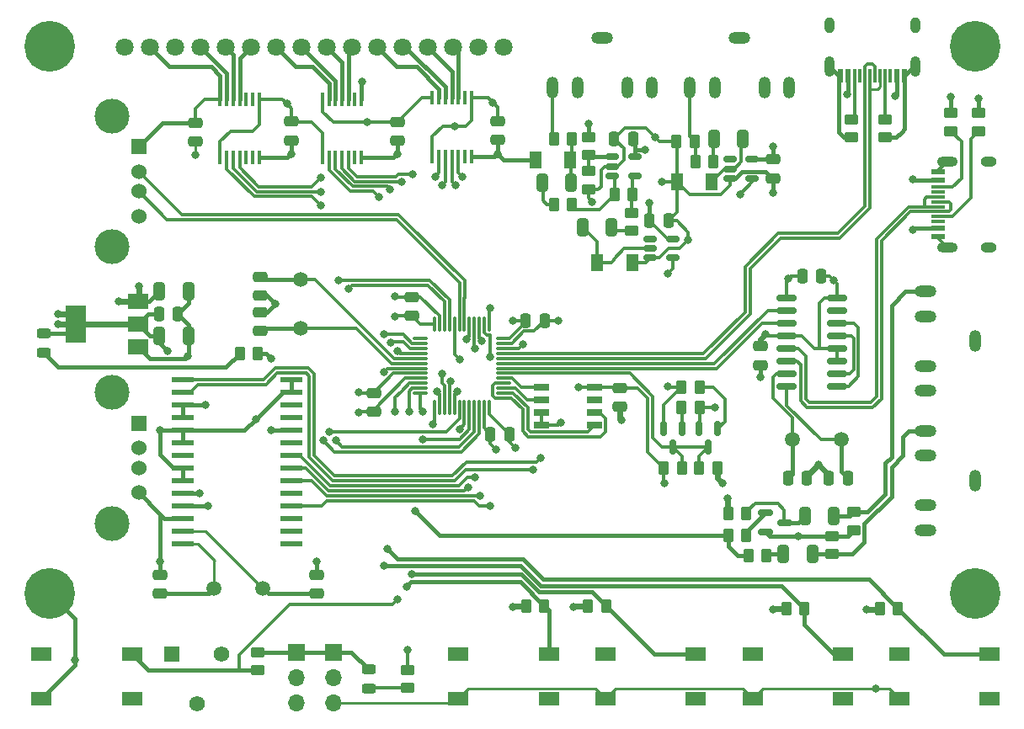
<source format=gtl>
%TF.GenerationSoftware,KiCad,Pcbnew,(6.0.5)*%
%TF.CreationDate,2023-10-27T13:21:37+02:00*%
%TF.ProjectId,Tape_Emulator,54617065-5f45-46d7-956c-61746f722e6b,rev?*%
%TF.SameCoordinates,Original*%
%TF.FileFunction,Copper,L1,Top*%
%TF.FilePolarity,Positive*%
%FSLAX46Y46*%
G04 Gerber Fmt 4.6, Leading zero omitted, Abs format (unit mm)*
G04 Created by KiCad (PCBNEW (6.0.5)) date 2023-10-27 13:21:37*
%MOMM*%
%LPD*%
G01*
G04 APERTURE LIST*
G04 Aperture macros list*
%AMRoundRect*
0 Rectangle with rounded corners*
0 $1 Rounding radius*
0 $2 $3 $4 $5 $6 $7 $8 $9 X,Y pos of 4 corners*
0 Add a 4 corners polygon primitive as box body*
4,1,4,$2,$3,$4,$5,$6,$7,$8,$9,$2,$3,0*
0 Add four circle primitives for the rounded corners*
1,1,$1+$1,$2,$3*
1,1,$1+$1,$4,$5*
1,1,$1+$1,$6,$7*
1,1,$1+$1,$8,$9*
0 Add four rect primitives between the rounded corners*
20,1,$1+$1,$2,$3,$4,$5,0*
20,1,$1+$1,$4,$5,$6,$7,0*
20,1,$1+$1,$6,$7,$8,$9,0*
20,1,$1+$1,$8,$9,$2,$3,0*%
G04 Aperture macros list end*
%TA.AperFunction,SMDPad,CuDef*%
%ADD10RoundRect,0.250000X-0.262500X-0.450000X0.262500X-0.450000X0.262500X0.450000X-0.262500X0.450000X0*%
%TD*%
%TA.AperFunction,SMDPad,CuDef*%
%ADD11RoundRect,0.250000X-0.325000X-0.650000X0.325000X-0.650000X0.325000X0.650000X-0.325000X0.650000X0*%
%TD*%
%TA.AperFunction,SMDPad,CuDef*%
%ADD12R,0.450000X1.475000*%
%TD*%
%TA.AperFunction,SMDPad,CuDef*%
%ADD13RoundRect,0.150000X-0.512500X-0.150000X0.512500X-0.150000X0.512500X0.150000X-0.512500X0.150000X0*%
%TD*%
%TA.AperFunction,ComponentPad*%
%ADD14R,1.700000X1.700000*%
%TD*%
%TA.AperFunction,ComponentPad*%
%ADD15O,1.700000X1.700000*%
%TD*%
%TA.AperFunction,SMDPad,CuDef*%
%ADD16RoundRect,0.243750X0.456250X-0.243750X0.456250X0.243750X-0.456250X0.243750X-0.456250X-0.243750X0*%
%TD*%
%TA.AperFunction,SMDPad,CuDef*%
%ADD17R,2.100000X1.400000*%
%TD*%
%TA.AperFunction,ComponentPad*%
%ADD18R,1.560000X1.560000*%
%TD*%
%TA.AperFunction,ComponentPad*%
%ADD19C,1.560000*%
%TD*%
%TA.AperFunction,SMDPad,CuDef*%
%ADD20RoundRect,0.250000X0.450000X-0.262500X0.450000X0.262500X-0.450000X0.262500X-0.450000X-0.262500X0*%
%TD*%
%TA.AperFunction,ComponentPad*%
%ADD21C,1.500000*%
%TD*%
%TA.AperFunction,SMDPad,CuDef*%
%ADD22RoundRect,0.250000X0.325000X0.650000X-0.325000X0.650000X-0.325000X-0.650000X0.325000X-0.650000X0*%
%TD*%
%TA.AperFunction,SMDPad,CuDef*%
%ADD23R,1.500000X0.650000*%
%TD*%
%TA.AperFunction,ComponentPad*%
%ADD24R,1.524000X1.524000*%
%TD*%
%TA.AperFunction,ComponentPad*%
%ADD25C,1.524000*%
%TD*%
%TA.AperFunction,ComponentPad*%
%ADD26C,3.500000*%
%TD*%
%TA.AperFunction,SMDPad,CuDef*%
%ADD27RoundRect,0.250000X-0.475000X0.250000X-0.475000X-0.250000X0.475000X-0.250000X0.475000X0.250000X0*%
%TD*%
%TA.AperFunction,SMDPad,CuDef*%
%ADD28R,1.300000X1.700000*%
%TD*%
%TA.AperFunction,SMDPad,CuDef*%
%ADD29R,0.600000X1.450000*%
%TD*%
%TA.AperFunction,SMDPad,CuDef*%
%ADD30R,0.300000X1.450000*%
%TD*%
%TA.AperFunction,ComponentPad*%
%ADD31O,1.000000X2.100000*%
%TD*%
%TA.AperFunction,ComponentPad*%
%ADD32O,1.000000X1.600000*%
%TD*%
%TA.AperFunction,SMDPad,CuDef*%
%ADD33RoundRect,0.150000X-0.587500X-0.150000X0.587500X-0.150000X0.587500X0.150000X-0.587500X0.150000X0*%
%TD*%
%TA.AperFunction,SMDPad,CuDef*%
%ADD34RoundRect,0.250000X-0.250000X-0.475000X0.250000X-0.475000X0.250000X0.475000X-0.250000X0.475000X0*%
%TD*%
%TA.AperFunction,SMDPad,CuDef*%
%ADD35RoundRect,0.250000X-0.450000X0.262500X-0.450000X-0.262500X0.450000X-0.262500X0.450000X0.262500X0*%
%TD*%
%TA.AperFunction,SMDPad,CuDef*%
%ADD36RoundRect,0.250000X0.475000X-0.250000X0.475000X0.250000X-0.475000X0.250000X-0.475000X-0.250000X0*%
%TD*%
%TA.AperFunction,SMDPad,CuDef*%
%ADD37R,1.450000X0.600000*%
%TD*%
%TA.AperFunction,SMDPad,CuDef*%
%ADD38R,1.450000X0.300000*%
%TD*%
%TA.AperFunction,ComponentPad*%
%ADD39O,2.100000X1.000000*%
%TD*%
%TA.AperFunction,ComponentPad*%
%ADD40O,1.600000X1.000000*%
%TD*%
%TA.AperFunction,SMDPad,CuDef*%
%ADD41R,2.200000X0.600000*%
%TD*%
%TA.AperFunction,SMDPad,CuDef*%
%ADD42RoundRect,0.150000X-0.850000X-0.150000X0.850000X-0.150000X0.850000X0.150000X-0.850000X0.150000X0*%
%TD*%
%TA.AperFunction,ComponentPad*%
%ADD43O,1.200000X2.200000*%
%TD*%
%TA.AperFunction,ComponentPad*%
%ADD44O,2.200000X1.200000*%
%TD*%
%TA.AperFunction,SMDPad,CuDef*%
%ADD45RoundRect,0.250000X0.262500X0.450000X-0.262500X0.450000X-0.262500X-0.450000X0.262500X-0.450000X0*%
%TD*%
%TA.AperFunction,SMDPad,CuDef*%
%ADD46RoundRect,0.250000X0.250000X0.475000X-0.250000X0.475000X-0.250000X-0.475000X0.250000X-0.475000X0*%
%TD*%
%TA.AperFunction,SMDPad,CuDef*%
%ADD47RoundRect,0.150000X-0.150000X0.587500X-0.150000X-0.587500X0.150000X-0.587500X0.150000X0.587500X0*%
%TD*%
%TA.AperFunction,SMDPad,CuDef*%
%ADD48R,2.000000X1.500000*%
%TD*%
%TA.AperFunction,SMDPad,CuDef*%
%ADD49R,2.000000X3.800000*%
%TD*%
%TA.AperFunction,SMDPad,CuDef*%
%ADD50RoundRect,0.075000X-0.662500X-0.075000X0.662500X-0.075000X0.662500X0.075000X-0.662500X0.075000X0*%
%TD*%
%TA.AperFunction,SMDPad,CuDef*%
%ADD51RoundRect,0.075000X-0.075000X-0.662500X0.075000X-0.662500X0.075000X0.662500X-0.075000X0.662500X0*%
%TD*%
%TA.AperFunction,ComponentPad*%
%ADD52C,1.800000*%
%TD*%
%TA.AperFunction,ComponentPad*%
%ADD53C,5.100000*%
%TD*%
%TA.AperFunction,ViaPad*%
%ADD54C,0.800000*%
%TD*%
%TA.AperFunction,Conductor*%
%ADD55C,0.400000*%
%TD*%
%TA.AperFunction,Conductor*%
%ADD56C,0.300000*%
%TD*%
%TA.AperFunction,Conductor*%
%ADD57C,0.600000*%
%TD*%
%TA.AperFunction,Conductor*%
%ADD58C,0.250000*%
%TD*%
G04 APERTURE END LIST*
D10*
%TO.P,R14,1*%
%TO.N,/TAPE_OUT*%
X145899500Y-107315000D03*
%TO.P,R14,2*%
%TO.N,Net-(C10-Pad1)*%
X147724500Y-107315000D03*
%TD*%
%TO.P,R25,1*%
%TO.N,+3V3*%
X149709500Y-112649000D03*
%TO.P,R25,2*%
%TO.N,/SW2*%
X151534500Y-112649000D03*
%TD*%
%TO.P,R17,1*%
%TO.N,/MIC_IN*%
X126341500Y-65405000D03*
%TO.P,R17,2*%
%TO.N,Net-(C6-Pad1)*%
X128166500Y-65405000D03*
%TD*%
D11*
%TO.P,C10,1*%
%TO.N,Net-(C10-Pad1)*%
X149401000Y-107188000D03*
%TO.P,C10,2*%
%TO.N,Net-(C10-Pad2)*%
X152351000Y-107188000D03*
%TD*%
D12*
%TO.P,IC4,1,VCC(A)*%
%TO.N,+3V3*%
X114128000Y-67200000D03*
%TO.P,IC4,2,A1*%
%TO.N,/SHIFT_D4*%
X114778000Y-67200000D03*
%TO.P,IC4,3,A2*%
%TO.N,/SHIFT_D5*%
X115428000Y-67200000D03*
%TO.P,IC4,4,A3*%
%TO.N,/SHIFT_D6*%
X116078000Y-67200000D03*
%TO.P,IC4,5,A4*%
%TO.N,/SHIFT_D7*%
X116728000Y-67200000D03*
%TO.P,IC4,6,n.c._1*%
%TO.N,unconnected-(IC4-Pad6)*%
X117378000Y-67200000D03*
%TO.P,IC4,7,GND*%
%TO.N,GND*%
X118028000Y-67200000D03*
%TO.P,IC4,8,OE*%
%TO.N,+3V3*%
X118028000Y-61324000D03*
%TO.P,IC4,9,n.c._2*%
%TO.N,unconnected-(IC4-Pad9)*%
X117378000Y-61324000D03*
%TO.P,IC4,10,B4*%
%TO.N,/DISP_D7*%
X116728000Y-61324000D03*
%TO.P,IC4,11,B3*%
%TO.N,/DISP_D6*%
X116078000Y-61324000D03*
%TO.P,IC4,12,B2*%
%TO.N,/DISP_D5*%
X115428000Y-61324000D03*
%TO.P,IC4,13,B1*%
%TO.N,/DISP_D4*%
X114778000Y-61324000D03*
%TO.P,IC4,14,VCC(B)*%
%TO.N,+5V*%
X114128000Y-61324000D03*
%TD*%
D13*
%TO.P,U5,1*%
%TO.N,N/C*%
X144023500Y-67503000D03*
%TO.P,U5,2*%
%TO.N,Net-(C8-Pad2)*%
X144023500Y-68453000D03*
%TO.P,U5,3,GND*%
%TO.N,GND*%
X144023500Y-69403000D03*
%TO.P,U5,4*%
%TO.N,/SHAPED_B*%
X146298500Y-69403000D03*
%TO.P,U5,5,VCC*%
%TO.N,+3V3*%
X146298500Y-67503000D03*
%TD*%
D10*
%TO.P,R1,1*%
%TO.N,/SHAPED_A*%
X139168500Y-90424000D03*
%TO.P,R1,2*%
%TO.N,Net-(Q1-Pad1)*%
X140993500Y-90424000D03*
%TD*%
D14*
%TO.P,J10,1,Pin_1*%
%TO.N,+3V3*%
X100457000Y-117109000D03*
D15*
%TO.P,J10,2,Pin_2*%
%TO.N,/BOOT1*%
X100457000Y-119649000D03*
%TO.P,J10,3,Pin_3*%
%TO.N,GND*%
X100457000Y-122189000D03*
%TD*%
D10*
%TO.P,R9,1*%
%TO.N,GND*%
X138660500Y-65659000D03*
%TO.P,R9,2*%
%TO.N,/LINE_IN*%
X140485500Y-65659000D03*
%TD*%
D16*
%TO.P,D5,1,K*%
%TO.N,Net-(D5-Pad1)*%
X107696000Y-120698500D03*
%TO.P,D5,2,A*%
%TO.N,+3V3*%
X107696000Y-118823500D03*
%TD*%
D10*
%TO.P,R26,1*%
%TO.N,+3V3*%
X159107500Y-112649000D03*
%TO.P,R26,2*%
%TO.N,/SW3*%
X160932500Y-112649000D03*
%TD*%
D17*
%TO.P,S5,1,1*%
%TO.N,unconnected-(S5-Pad1)*%
X74825000Y-117257000D03*
%TO.P,S5,2,2*%
%TO.N,/~RESET*%
X83925000Y-117257000D03*
%TO.P,S5,3,3*%
%TO.N,GND*%
X74825000Y-121757000D03*
%TO.P,S5,4,4*%
%TO.N,unconnected-(S5-Pad4)*%
X83925000Y-121757000D03*
%TD*%
D18*
%TO.P,RV1,1,1*%
%TO.N,GND*%
X87924000Y-117267000D03*
D19*
%TO.P,RV1,2,2*%
%TO.N,Net-(DS1-Pad3)*%
X90424000Y-122267000D03*
%TO.P,RV1,3,3*%
%TO.N,+5V*%
X92924000Y-117267000D03*
%TD*%
D20*
%TO.P,R21,1*%
%TO.N,Net-(J8-PadB5)*%
X166243000Y-64666500D03*
%TO.P,R21,2*%
%TO.N,GND*%
X166243000Y-62841500D03*
%TD*%
D21*
%TO.P,Y1,1,1*%
%TO.N,Net-(C4-Pad1)*%
X100838000Y-79592000D03*
%TO.P,Y1,2,2*%
%TO.N,Net-(C5-Pad1)*%
X100838000Y-84472000D03*
%TD*%
D22*
%TO.P,C7,1*%
%TO.N,Net-(C7-Pad1)*%
X132158000Y-74295000D03*
%TO.P,C7,2*%
%TO.N,Net-(C7-Pad2)*%
X129208000Y-74295000D03*
%TD*%
D23*
%TO.P,IC1,1,~{CS}*%
%TO.N,/~RAM_CS*%
X130462000Y-94234000D03*
%TO.P,IC1,2,SO/SIO1*%
%TO.N,/RAM_MISO*%
X130462000Y-92964000D03*
%TO.P,IC1,3,SIO2*%
%TO.N,unconnected-(IC1-Pad3)*%
X130462000Y-91694000D03*
%TO.P,IC1,4,VSS*%
%TO.N,GND*%
X130462000Y-90424000D03*
%TO.P,IC1,5,SI/SIO0*%
%TO.N,/RAM_MOSI*%
X125062000Y-90424000D03*
%TO.P,IC1,6,SCK*%
%TO.N,/RAM_SCK*%
X125062000Y-91694000D03*
%TO.P,IC1,7,~{HOLD}/SIO3*%
%TO.N,+3V3*%
X125062000Y-92964000D03*
%TO.P,IC1,8,VCC*%
X125062000Y-94234000D03*
%TD*%
D24*
%TO.P,J5,1,VBUS*%
%TO.N,+5V*%
X84594500Y-66223000D03*
D25*
%TO.P,J5,2,D-*%
%TO.N,/USB2DM*%
X84594500Y-68723000D03*
%TO.P,J5,3,D+*%
%TO.N,/USB2DP*%
X84594500Y-70723000D03*
%TO.P,J5,4,GND*%
%TO.N,GND*%
X84594500Y-73223000D03*
D26*
%TO.P,J5,5,Shield*%
X81884500Y-76293000D03*
X81884500Y-63153000D03*
%TD*%
D16*
%TO.P,D4,1,K*%
%TO.N,Net-(D4-Pad1)*%
X75057000Y-86916500D03*
%TO.P,D4,2,A*%
%TO.N,+3V3*%
X75057000Y-85041500D03*
%TD*%
D11*
%TO.P,C1,1*%
%TO.N,+5V*%
X86663000Y-80772000D03*
%TO.P,C1,2*%
%TO.N,GND*%
X89613000Y-80772000D03*
%TD*%
D20*
%TO.P,R7,1*%
%TO.N,Net-(R5-Pad2)*%
X129794000Y-67079500D03*
%TO.P,R7,2*%
%TO.N,+5V*%
X129794000Y-65254500D03*
%TD*%
D27*
%TO.P,C15,1*%
%TO.N,GND*%
X86741000Y-109286000D03*
%TO.P,C15,2*%
%TO.N,Net-(C15-Pad2)*%
X86741000Y-111186000D03*
%TD*%
D17*
%TO.P,S3,1,1*%
%TO.N,unconnected-(S3-Pad1)*%
X146326000Y-117257000D03*
%TO.P,S3,2,2*%
%TO.N,/SW2*%
X155426000Y-117257000D03*
%TO.P,S3,3,3*%
%TO.N,GND*%
X146326000Y-121757000D03*
%TO.P,S3,4,4*%
%TO.N,unconnected-(S3-Pad4)*%
X155426000Y-121757000D03*
%TD*%
D28*
%TO.P,D1,1,K*%
%TO.N,Net-(C7-Pad2)*%
X130711000Y-77851000D03*
%TO.P,D1,2,A*%
%TO.N,GND*%
X134211000Y-77851000D03*
%TD*%
D29*
%TO.P,J7,A1,GND*%
%TO.N,GND*%
X161621000Y-59081000D03*
%TO.P,J7,A4,VBUS*%
%TO.N,+5V*%
X160821000Y-59081000D03*
D30*
%TO.P,J7,A5,CC1*%
%TO.N,Net-(J7-PadA5)*%
X159621000Y-59081000D03*
%TO.P,J7,A6,D+*%
%TO.N,/USB1DP*%
X158621000Y-59081000D03*
%TO.P,J7,A7,D-*%
%TO.N,/USB1DM*%
X158121000Y-59081000D03*
%TO.P,J7,A8,SBU1*%
%TO.N,unconnected-(J7-PadA8)*%
X157121000Y-59081000D03*
D29*
%TO.P,J7,A9,VBUS*%
%TO.N,+5V*%
X155921000Y-59081000D03*
%TO.P,J7,A12,GND*%
%TO.N,GND*%
X155121000Y-59081000D03*
%TO.P,J7,B1,GND*%
X155121000Y-59081000D03*
%TO.P,J7,B4,VBUS*%
%TO.N,+5V*%
X155921000Y-59081000D03*
D30*
%TO.P,J7,B5,CC2*%
%TO.N,Net-(J7-PadB5)*%
X156621000Y-59081000D03*
%TO.P,J7,B6,D+*%
%TO.N,/USB1DP*%
X157621000Y-59081000D03*
%TO.P,J7,B7,D-*%
%TO.N,/USB1DM*%
X159121000Y-59081000D03*
%TO.P,J7,B8,SBU2*%
%TO.N,unconnected-(J7-PadB8)*%
X160121000Y-59081000D03*
D29*
%TO.P,J7,B9,VBUS*%
%TO.N,+5V*%
X160821000Y-59081000D03*
%TO.P,J7,B12,GND*%
%TO.N,GND*%
X161621000Y-59081000D03*
D31*
%TO.P,J7,S1,SHIELD*%
X162691000Y-58166000D03*
X154051000Y-58166000D03*
D32*
X162691000Y-53986000D03*
X154051000Y-53986000D03*
%TD*%
D10*
%TO.P,R8,1*%
%TO.N,Net-(R6-Pad2)*%
X132437500Y-70993000D03*
%TO.P,R8,2*%
%TO.N,/MIC_AMP*%
X134262500Y-70993000D03*
%TD*%
D17*
%TO.P,S4,1,1*%
%TO.N,unconnected-(S4-Pad1)*%
X161058000Y-117257000D03*
%TO.P,S4,2,2*%
%TO.N,/SW3*%
X170158000Y-117257000D03*
%TO.P,S4,3,3*%
%TO.N,GND*%
X161058000Y-121757000D03*
%TO.P,S4,4,4*%
%TO.N,unconnected-(S4-Pad4)*%
X170158000Y-121757000D03*
%TD*%
D28*
%TO.P,D2,1,K*%
%TO.N,Net-(C8-Pad2)*%
X142212000Y-69723000D03*
%TO.P,D2,2,A*%
%TO.N,GND*%
X138712000Y-69723000D03*
%TD*%
D12*
%TO.P,IC2,1,VCC(A)*%
%TO.N,+3V3*%
X92792000Y-67327000D03*
%TO.P,IC2,2,A1*%
%TO.N,/SHIFT_RS*%
X93442000Y-67327000D03*
%TO.P,IC2,3,A2*%
%TO.N,/SHIFT_RW*%
X94092000Y-67327000D03*
%TO.P,IC2,4,A3*%
%TO.N,/SHIFT_E*%
X94742000Y-67327000D03*
%TO.P,IC2,5,A4*%
%TO.N,unconnected-(IC2-Pad5)*%
X95392000Y-67327000D03*
%TO.P,IC2,6,n.c._1*%
%TO.N,unconnected-(IC2-Pad6)*%
X96042000Y-67327000D03*
%TO.P,IC2,7,GND*%
%TO.N,GND*%
X96692000Y-67327000D03*
%TO.P,IC2,8,OE*%
%TO.N,+3V3*%
X96692000Y-61451000D03*
%TO.P,IC2,9,n.c._2*%
%TO.N,unconnected-(IC2-Pad9)*%
X96042000Y-61451000D03*
%TO.P,IC2,10,B4*%
%TO.N,unconnected-(IC2-Pad10)*%
X95392000Y-61451000D03*
%TO.P,IC2,11,B3*%
%TO.N,/DISP_E*%
X94742000Y-61451000D03*
%TO.P,IC2,12,B2*%
%TO.N,/DISP_RW*%
X94092000Y-61451000D03*
%TO.P,IC2,13,B1*%
%TO.N,/DISP_RS*%
X93442000Y-61451000D03*
%TO.P,IC2,14,VCC(B)*%
%TO.N,+5V*%
X92792000Y-61451000D03*
%TD*%
D33*
%TO.P,Q3,1,B*%
%TO.N,Net-(Q3-Pad1)*%
X147652500Y-103063000D03*
%TO.P,Q3,2,E*%
%TO.N,GND*%
X147652500Y-104963000D03*
%TO.P,Q3,3,C*%
%TO.N,Net-(C9-Pad1)*%
X149527500Y-104013000D03*
%TD*%
D34*
%TO.P,C27,1*%
%TO.N,+3V3*%
X135956000Y-73660000D03*
%TO.P,C27,2*%
%TO.N,GND*%
X137856000Y-73660000D03*
%TD*%
D35*
%TO.P,R19,1*%
%TO.N,Net-(J7-PadB5)*%
X156210000Y-63476500D03*
%TO.P,R19,2*%
%TO.N,GND*%
X156210000Y-65301500D03*
%TD*%
D36*
%TO.P,C22,1*%
%TO.N,+3V3*%
X112014000Y-83246000D03*
%TO.P,C22,2*%
%TO.N,GND*%
X112014000Y-81346000D03*
%TD*%
D34*
%TO.P,C3,1*%
%TO.N,+3V3*%
X86614000Y-83058000D03*
%TO.P,C3,2*%
%TO.N,GND*%
X88514000Y-83058000D03*
%TD*%
D27*
%TO.P,C4,1*%
%TO.N,Net-(C4-Pad1)*%
X96774000Y-79314000D03*
%TO.P,C4,2*%
%TO.N,GND*%
X96774000Y-81214000D03*
%TD*%
D36*
%TO.P,C21,1*%
%TO.N,+3V3*%
X132969000Y-92390000D03*
%TO.P,C21,2*%
%TO.N,GND*%
X132969000Y-90490000D03*
%TD*%
D37*
%TO.P,J8,A1,GND*%
%TO.N,GND*%
X164992000Y-75259000D03*
%TO.P,J8,A4,VBUS*%
%TO.N,+5V*%
X164992000Y-74459000D03*
D38*
%TO.P,J8,A5,CC1*%
%TO.N,Net-(J8-PadA5)*%
X164992000Y-73259000D03*
%TO.P,J8,A6,D+*%
%TO.N,/USBSDP*%
X164992000Y-72259000D03*
%TO.P,J8,A7,D-*%
%TO.N,/USBSDM*%
X164992000Y-71759000D03*
%TO.P,J8,A8,SBU1*%
%TO.N,unconnected-(J8-PadA8)*%
X164992000Y-70759000D03*
D37*
%TO.P,J8,A9,VBUS*%
%TO.N,+5V*%
X164992000Y-69559000D03*
%TO.P,J8,A12,GND*%
%TO.N,GND*%
X164992000Y-68759000D03*
%TO.P,J8,B1,GND*%
X164992000Y-68759000D03*
%TO.P,J8,B4,VBUS*%
%TO.N,+5V*%
X164992000Y-69559000D03*
D38*
%TO.P,J8,B5,CC2*%
%TO.N,Net-(J8-PadB5)*%
X164992000Y-70259000D03*
%TO.P,J8,B6,D+*%
%TO.N,/USBSDP*%
X164992000Y-71259000D03*
%TO.P,J8,B7,D-*%
%TO.N,/USBSDM*%
X164992000Y-72759000D03*
%TO.P,J8,B8,SBU2*%
%TO.N,unconnected-(J8-PadB8)*%
X164992000Y-73759000D03*
D37*
%TO.P,J8,B9,VBUS*%
%TO.N,+5V*%
X164992000Y-74459000D03*
%TO.P,J8,B12,GND*%
%TO.N,GND*%
X164992000Y-75259000D03*
D39*
%TO.P,J8,S1,SHIELD*%
X165907000Y-76329000D03*
D40*
X170087000Y-67689000D03*
D39*
X165907000Y-67689000D03*
D40*
X170087000Y-76329000D03*
%TD*%
D41*
%TO.P,U6,1,INT#*%
%TO.N,/CH376_INT*%
X88988000Y-89662000D03*
%TO.P,U6,2,RSTI*%
%TO.N,/CH376_RST*%
X88988000Y-90932000D03*
%TO.P,U6,3,WR#*%
%TO.N,GND*%
X88988000Y-92202000D03*
%TO.P,U6,4,RD#*%
X88988000Y-93472000D03*
%TO.P,U6,5,TXD*%
%TO.N,+3V3*%
X88988000Y-94742000D03*
%TO.P,U6,6,RXD*%
X88988000Y-96012000D03*
%TO.P,U6,7,SD_DI*%
%TO.N,unconnected-(U6-Pad7)*%
X88988000Y-97282000D03*
%TO.P,U6,8,A0*%
%TO.N,+3V3*%
X88988000Y-98552000D03*
%TO.P,U6,9,V3*%
X88988000Y-99822000D03*
%TO.P,U6,10,UD+*%
%TO.N,/USBFDP*%
X88988000Y-101092000D03*
%TO.P,U6,11,UD-*%
%TO.N,/USBFDM*%
X88988000Y-102362000D03*
%TO.P,U6,12,GND*%
%TO.N,GND*%
X88988000Y-103632000D03*
%TO.P,U6,13,XI*%
%TO.N,Net-(C14-Pad1)*%
X88988000Y-104902000D03*
%TO.P,U6,14,XO*%
%TO.N,Net-(C15-Pad2)*%
X88988000Y-106172000D03*
%TO.P,U6,15,D0*%
%TO.N,unconnected-(U6-Pad15)*%
X99988000Y-106172000D03*
%TO.P,U6,16,D1*%
%TO.N,unconnected-(U6-Pad16)*%
X99988000Y-104902000D03*
%TO.P,U6,17,D2*%
%TO.N,unconnected-(U6-Pad17)*%
X99988000Y-103632000D03*
%TO.P,U6,18,SCS/D3*%
%TO.N,/CH376_CS*%
X99988000Y-102362000D03*
%TO.P,U6,19,BZ/D4*%
%TO.N,unconnected-(U6-Pad19)*%
X99988000Y-101092000D03*
%TO.P,U6,20,SCK/D5*%
%TO.N,/CH376_SCK*%
X99988000Y-99822000D03*
%TO.P,U6,21,SDI/D6*%
%TO.N,/CH376_MOSI*%
X99988000Y-98552000D03*
%TO.P,U6,22,SDO/D7*%
%TO.N,/CH376_MISO*%
X99988000Y-97282000D03*
%TO.P,U6,23,SD_CS*%
%TO.N,unconnected-(U6-Pad23)*%
X99988000Y-96012000D03*
%TO.P,U6,24,ACT#*%
%TO.N,Net-(R22-Pad1)*%
X99988000Y-94742000D03*
%TO.P,U6,25,SD_DO*%
%TO.N,unconnected-(U6-Pad25)*%
X99988000Y-93472000D03*
%TO.P,U6,26,SD_CK*%
%TO.N,unconnected-(U6-Pad26)*%
X99988000Y-92202000D03*
%TO.P,U6,27,PCS#*%
%TO.N,+3V3*%
X99988000Y-90932000D03*
%TO.P,U6,28,VCC*%
X99988000Y-89662000D03*
%TD*%
D13*
%TO.P,U3,1,+*%
%TO.N,Net-(R5-Pad2)*%
X132212500Y-67249000D03*
%TO.P,U3,2,V-*%
%TO.N,GND*%
X132212500Y-68199000D03*
%TO.P,U3,3,-*%
%TO.N,Net-(R6-Pad2)*%
X132212500Y-69149000D03*
%TO.P,U3,4*%
%TO.N,/MIC_AMP*%
X134487500Y-69149000D03*
%TO.P,U3,5,V+*%
%TO.N,+5V*%
X134487500Y-67249000D03*
%TD*%
D17*
%TO.P,S2,1,1*%
%TO.N,unconnected-(S2-Pad1)*%
X131513000Y-117257000D03*
%TO.P,S2,2,2*%
%TO.N,/SW1*%
X140613000Y-117257000D03*
%TO.P,S2,3,3*%
%TO.N,GND*%
X131513000Y-121757000D03*
%TO.P,S2,4,4*%
%TO.N,unconnected-(S2-Pad4)*%
X140613000Y-121757000D03*
%TD*%
D10*
%TO.P,R6,1*%
%TO.N,Net-(C6-Pad2)*%
X126341500Y-72009000D03*
%TO.P,R6,2*%
%TO.N,Net-(R6-Pad2)*%
X128166500Y-72009000D03*
%TD*%
D12*
%TO.P,IC3,1,VCC(A)*%
%TO.N,+3V3*%
X103079000Y-67327000D03*
%TO.P,IC3,2,A1*%
%TO.N,/SHIFT_D0*%
X103729000Y-67327000D03*
%TO.P,IC3,3,A2*%
%TO.N,/SHIFT_D1*%
X104379000Y-67327000D03*
%TO.P,IC3,4,A3*%
%TO.N,/SHIFT_D2*%
X105029000Y-67327000D03*
%TO.P,IC3,5,A4*%
%TO.N,/SHIFT_D3*%
X105679000Y-67327000D03*
%TO.P,IC3,6,n.c._1*%
%TO.N,unconnected-(IC3-Pad6)*%
X106329000Y-67327000D03*
%TO.P,IC3,7,GND*%
%TO.N,GND*%
X106979000Y-67327000D03*
%TO.P,IC3,8,OE*%
%TO.N,+3V3*%
X106979000Y-61451000D03*
%TO.P,IC3,9,n.c._2*%
%TO.N,unconnected-(IC3-Pad9)*%
X106329000Y-61451000D03*
%TO.P,IC3,10,B4*%
%TO.N,/DISP_D3*%
X105679000Y-61451000D03*
%TO.P,IC3,11,B3*%
%TO.N,/DISP_D2*%
X105029000Y-61451000D03*
%TO.P,IC3,12,B2*%
%TO.N,/DISP_D1*%
X104379000Y-61451000D03*
%TO.P,IC3,13,B1*%
%TO.N,/DISP_D0*%
X103729000Y-61451000D03*
%TO.P,IC3,14,VCC(B)*%
%TO.N,+5V*%
X103079000Y-61451000D03*
%TD*%
D42*
%TO.P,U7,1,GND*%
%TO.N,GND*%
X149773000Y-81407000D03*
%TO.P,U7,2,TXD*%
%TO.N,/CH_TXD*%
X149773000Y-82677000D03*
%TO.P,U7,3,RXD*%
%TO.N,/CH_RXD*%
X149773000Y-83947000D03*
%TO.P,U7,4,V3*%
%TO.N,+3V3*%
X149773000Y-85217000D03*
%TO.P,U7,5,UD+*%
%TO.N,/USBSDP*%
X149773000Y-86487000D03*
%TO.P,U7,6,UD-*%
%TO.N,/USBSDM*%
X149773000Y-87757000D03*
%TO.P,U7,7,XI*%
%TO.N,Net-(C11-Pad1)*%
X149773000Y-89027000D03*
%TO.P,U7,8,XO*%
%TO.N,Net-(C12-Pad2)*%
X149773000Y-90297000D03*
%TO.P,U7,9,CTS/*%
%TO.N,Net-(U7-Pad14)*%
X154773000Y-90297000D03*
%TO.P,U7,10,DSR/*%
%TO.N,Net-(U7-Pad10)*%
X154773000Y-89027000D03*
%TO.P,U7,11,RI/*%
%TO.N,+3V3*%
X154773000Y-87757000D03*
%TO.P,U7,12,DCD/*%
X154773000Y-86487000D03*
%TO.P,U7,13,DTR/*%
%TO.N,Net-(U7-Pad10)*%
X154773000Y-85217000D03*
%TO.P,U7,14,RTS/*%
%TO.N,Net-(U7-Pad14)*%
X154773000Y-83947000D03*
%TO.P,U7,15,RS232*%
%TO.N,unconnected-(U7-Pad15)*%
X154773000Y-82677000D03*
%TO.P,U7,16,VCC*%
%TO.N,+3V3*%
X154773000Y-81407000D03*
%TD*%
D36*
%TO.P,C23,1*%
%TO.N,+3V3*%
X108204000Y-92898000D03*
%TO.P,C23,2*%
%TO.N,GND*%
X108204000Y-90998000D03*
%TD*%
D35*
%TO.P,R28,1*%
%TO.N,/LED*%
X111633000Y-118848500D03*
%TO.P,R28,2*%
%TO.N,Net-(D5-Pad1)*%
X111633000Y-120673500D03*
%TD*%
D34*
%TO.P,C12,1*%
%TO.N,GND*%
X153990000Y-99568000D03*
%TO.P,C12,2*%
%TO.N,Net-(C12-Pad2)*%
X155890000Y-99568000D03*
%TD*%
D43*
%TO.P,J2,R*%
%TO.N,unconnected-(J2-PadR)*%
X150000000Y-60300000D03*
%TO.P,J2,RN*%
%TO.N,unconnected-(J2-PadRN)*%
X147500000Y-60300000D03*
D44*
%TO.P,J2,S*%
%TO.N,GND*%
X145000000Y-55300000D03*
D43*
%TO.P,J2,T*%
%TO.N,/LINE_IN*%
X140000000Y-60300000D03*
%TO.P,J2,TN*%
%TO.N,unconnected-(J2-PadTN)*%
X142500000Y-60300000D03*
%TD*%
D20*
%TO.P,R16,1*%
%TO.N,Net-(C10-Pad2)*%
X154305000Y-107211500D03*
%TO.P,R16,2*%
%TO.N,GND*%
X154305000Y-105386500D03*
%TD*%
D45*
%TO.P,R3,1*%
%TO.N,+5V*%
X142771500Y-98552000D03*
%TO.P,R3,2*%
%TO.N,/TAPE_IN*%
X140946500Y-98552000D03*
%TD*%
D22*
%TO.P,C6,1*%
%TO.N,Net-(C6-Pad1)*%
X128094000Y-69850000D03*
%TO.P,C6,2*%
%TO.N,Net-(C6-Pad2)*%
X125144000Y-69850000D03*
%TD*%
D11*
%TO.P,C8,1*%
%TO.N,Net-(C8-Pad1)*%
X142416000Y-65405000D03*
%TO.P,C8,2*%
%TO.N,Net-(C8-Pad2)*%
X145366000Y-65405000D03*
%TD*%
D35*
%TO.P,R15,1*%
%TO.N,Net-(C9-Pad2)*%
X156464000Y-102973500D03*
%TO.P,R15,2*%
%TO.N,GND*%
X156464000Y-104798500D03*
%TD*%
D14*
%TO.P,J9,1,Pin_1*%
%TO.N,+3V3*%
X104140000Y-117109000D03*
D15*
%TO.P,J9,2,Pin_2*%
%TO.N,/BOOT0*%
X104140000Y-119649000D03*
%TO.P,J9,3,Pin_3*%
%TO.N,GND*%
X104140000Y-122189000D03*
%TD*%
D27*
%TO.P,C16,1*%
%TO.N,+3V3*%
X120650000Y-63627000D03*
%TO.P,C16,2*%
%TO.N,GND*%
X120650000Y-65527000D03*
%TD*%
D17*
%TO.P,S1,1,1*%
%TO.N,unconnected-(S1-Pad1)*%
X116735000Y-117257000D03*
%TO.P,S1,2,2*%
%TO.N,/SW0*%
X125835000Y-117257000D03*
%TO.P,S1,3,3*%
%TO.N,GND*%
X116735000Y-121757000D03*
%TO.P,S1,4,4*%
%TO.N,unconnected-(S1-Pad4)*%
X125835000Y-121757000D03*
%TD*%
D27*
%TO.P,C17,1*%
%TO.N,+5V*%
X110617000Y-63754000D03*
%TO.P,C17,2*%
%TO.N,GND*%
X110617000Y-65654000D03*
%TD*%
D10*
%TO.P,R23,1*%
%TO.N,+3V3*%
X123547500Y-112395000D03*
%TO.P,R23,2*%
%TO.N,/SW0*%
X125372500Y-112395000D03*
%TD*%
%TO.P,R11,1*%
%TO.N,/LINE_IN*%
X140565500Y-67691000D03*
%TO.P,R11,2*%
%TO.N,Net-(C8-Pad1)*%
X142390500Y-67691000D03*
%TD*%
D27*
%TO.P,C20,1*%
%TO.N,+3V3*%
X99949000Y-63693000D03*
%TO.P,C20,2*%
%TO.N,GND*%
X99949000Y-65593000D03*
%TD*%
D28*
%TO.P,D3,1,K*%
%TO.N,Net-(C6-Pad1)*%
X127988000Y-67564000D03*
%TO.P,D3,2,A*%
%TO.N,GND*%
X124488000Y-67564000D03*
%TD*%
D10*
%TO.P,R24,1*%
%TO.N,+3V3*%
X129770500Y-112395000D03*
%TO.P,R24,2*%
%TO.N,/SW1*%
X131595500Y-112395000D03*
%TD*%
D46*
%TO.P,C13,1*%
%TO.N,+3V3*%
X153223000Y-79248000D03*
%TO.P,C13,2*%
%TO.N,GND*%
X151323000Y-79248000D03*
%TD*%
D10*
%TO.P,R12,1*%
%TO.N,/TAPE_OUT*%
X143867500Y-105283000D03*
%TO.P,R12,2*%
%TO.N,Net-(Q3-Pad1)*%
X145692500Y-105283000D03*
%TD*%
D36*
%TO.P,C5,1*%
%TO.N,Net-(C5-Pad1)*%
X96774000Y-84770000D03*
%TO.P,C5,2*%
%TO.N,GND*%
X96774000Y-82870000D03*
%TD*%
D47*
%TO.P,Q2,1,B*%
%TO.N,Net-(Q2-Pad1)*%
X139253000Y-94566500D03*
%TO.P,Q2,2,E*%
%TO.N,/SHAPED_A*%
X137353000Y-94566500D03*
%TO.P,Q2,3,C*%
%TO.N,/TAPE_IN*%
X138303000Y-96441500D03*
%TD*%
%TO.P,Q1,1,B*%
%TO.N,Net-(Q1-Pad1)*%
X142809000Y-94566500D03*
%TO.P,Q1,2,E*%
%TO.N,/SHAPED_B*%
X140909000Y-94566500D03*
%TO.P,Q1,3,C*%
%TO.N,/TAPE_IN*%
X141859000Y-96441500D03*
%TD*%
D21*
%TO.P,Y3,1,1*%
%TO.N,Net-(C14-Pad1)*%
X97065000Y-110617000D03*
%TO.P,Y3,2,2*%
%TO.N,Net-(C15-Pad2)*%
X92185000Y-110617000D03*
%TD*%
D45*
%TO.P,R2,1*%
%TO.N,/SHAPED_B*%
X140993500Y-92456000D03*
%TO.P,R2,2*%
%TO.N,Net-(Q2-Pad1)*%
X139168500Y-92456000D03*
%TD*%
D13*
%TO.P,U4,1*%
%TO.N,N/C*%
X136022500Y-75504000D03*
%TO.P,U4,2*%
%TO.N,Net-(C7-Pad2)*%
X136022500Y-76454000D03*
%TO.P,U4,3,GND*%
%TO.N,GND*%
X136022500Y-77404000D03*
%TO.P,U4,4*%
%TO.N,/SHAPED_A*%
X138297500Y-77404000D03*
%TO.P,U4,5,VCC*%
%TO.N,+3V3*%
X138297500Y-75504000D03*
%TD*%
D45*
%TO.P,R4,1*%
%TO.N,/TAPE_IN*%
X139215500Y-98552000D03*
%TO.P,R4,2*%
%TO.N,GND*%
X137390500Y-98552000D03*
%TD*%
D27*
%TO.P,C28,1*%
%TO.N,+3V3*%
X148336000Y-67503000D03*
%TO.P,C28,2*%
%TO.N,GND*%
X148336000Y-69403000D03*
%TD*%
D48*
%TO.P,U2,1,GND*%
%TO.N,GND*%
X84557000Y-86374000D03*
D49*
%TO.P,U2,2,VO*%
%TO.N,+3V3*%
X78257000Y-84074000D03*
D48*
X84557000Y-84074000D03*
%TO.P,U2,3,VI*%
%TO.N,+5V*%
X84557000Y-81774000D03*
%TD*%
D20*
%TO.P,R5,1*%
%TO.N,GND*%
X129794000Y-70508500D03*
%TO.P,R5,2*%
%TO.N,Net-(R5-Pad2)*%
X129794000Y-68683500D03*
%TD*%
D34*
%TO.P,C18,1*%
%TO.N,+3V3*%
X123510000Y-83693000D03*
%TO.P,C18,2*%
%TO.N,GND*%
X125410000Y-83693000D03*
%TD*%
D44*
%TO.P,J3,R*%
%TO.N,unconnected-(J3-PadR)*%
X163700000Y-90800000D03*
%TO.P,J3,RN*%
%TO.N,unconnected-(J3-PadRN)*%
X163700000Y-88300000D03*
D43*
%TO.P,J3,S*%
%TO.N,GND*%
X168700000Y-85800000D03*
D44*
%TO.P,J3,T*%
%TO.N,Net-(C9-Pad2)*%
X163700000Y-80800000D03*
%TO.P,J3,TN*%
%TO.N,unconnected-(J3-PadTN)*%
X163700000Y-83300000D03*
%TD*%
D46*
%TO.P,C25,1*%
%TO.N,+5V*%
X134300000Y-65405000D03*
%TO.P,C25,2*%
%TO.N,GND*%
X132400000Y-65405000D03*
%TD*%
D20*
%TO.P,R20,1*%
%TO.N,Net-(J8-PadA5)*%
X169037000Y-64666500D03*
%TO.P,R20,2*%
%TO.N,GND*%
X169037000Y-62841500D03*
%TD*%
D46*
%TO.P,C24,1*%
%TO.N,+3V3*%
X121854000Y-95123000D03*
%TO.P,C24,2*%
%TO.N,GND*%
X119954000Y-95123000D03*
%TD*%
D43*
%TO.P,J1,R*%
%TO.N,unconnected-(J1-PadR)*%
X136200000Y-60300000D03*
%TO.P,J1,RN*%
%TO.N,unconnected-(J1-PadRN)*%
X133700000Y-60300000D03*
D44*
%TO.P,J1,S*%
%TO.N,GND*%
X131200000Y-55300000D03*
D43*
%TO.P,J1,T*%
%TO.N,/MIC_IN*%
X126200000Y-60300000D03*
%TO.P,J1,TN*%
%TO.N,unconnected-(J1-PadTN)*%
X128700000Y-60300000D03*
%TD*%
D27*
%TO.P,C19,1*%
%TO.N,+5V*%
X90297000Y-63820000D03*
%TO.P,C19,2*%
%TO.N,GND*%
X90297000Y-65720000D03*
%TD*%
D24*
%TO.P,J6,1,VBUS*%
%TO.N,+5V*%
X84594500Y-94036000D03*
D25*
%TO.P,J6,2,D-*%
%TO.N,/USBFDM*%
X84594500Y-96536000D03*
%TO.P,J6,3,D+*%
%TO.N,/USBFDP*%
X84594500Y-98536000D03*
%TO.P,J6,4,GND*%
%TO.N,GND*%
X84594500Y-101036000D03*
D26*
%TO.P,J6,5,Shield*%
X81884500Y-104106000D03*
X81884500Y-90966000D03*
%TD*%
D50*
%TO.P,U1,1,VBAT*%
%TO.N,unconnected-(U1-Pad1)*%
X112931500Y-85515000D03*
%TO.P,U1,2,PC13_TAMPER_RTC*%
%TO.N,/SW0*%
X112931500Y-86015000D03*
%TO.P,U1,3,PC14_OSC32IN*%
%TO.N,/SW1*%
X112931500Y-86515000D03*
%TO.P,U1,4,PC15_OSC32OUT*%
%TO.N,/TAPE_OUT*%
X112931500Y-87015000D03*
%TO.P,U1,5,OSC_IN_PD0*%
%TO.N,Net-(C4-Pad1)*%
X112931500Y-87515000D03*
%TO.P,U1,6,OSC_OUT_PD1*%
%TO.N,Net-(C5-Pad1)*%
X112931500Y-88015000D03*
%TO.P,U1,7,NRST*%
%TO.N,/~RESET*%
X112931500Y-88515000D03*
%TO.P,U1,8,VSSA*%
%TO.N,GND*%
X112931500Y-89015000D03*
%TO.P,U1,9,VDDA*%
%TO.N,+3V3*%
X112931500Y-89515000D03*
%TO.P,U1,10,PA0_WKUP_ADC0*%
%TO.N,/SHIFT_D0*%
X112931500Y-90015000D03*
%TO.P,U1,11,PA1_ADC1*%
%TO.N,/SHIFT_D1*%
X112931500Y-90515000D03*
%TO.P,U1,12,PA2_ADC2*%
%TO.N,/SHIFT_D2*%
X112931500Y-91015000D03*
D51*
%TO.P,U1,13,PA3_ADC3*%
%TO.N,/SHIFT_D3*%
X114344000Y-92427500D03*
%TO.P,U1,14,PA4_ADC4*%
%TO.N,/SHIFT_D4*%
X114844000Y-92427500D03*
%TO.P,U1,15,PA5_ADC5*%
%TO.N,/SHIFT_D5*%
X115344000Y-92427500D03*
%TO.P,U1,16,PA6_ADC6*%
%TO.N,/SHIFT_D6*%
X115844000Y-92427500D03*
%TO.P,U1,17,PA7_ADC7*%
%TO.N,/SHIFT_D7*%
X116344000Y-92427500D03*
%TO.P,U1,18,PB0_ADC8*%
%TO.N,/SHIFT_RW*%
X116844000Y-92427500D03*
%TO.P,U1,19,PB1_ADC9*%
%TO.N,/LED*%
X117344000Y-92427500D03*
%TO.P,U1,20,PB2_BOOT1*%
%TO.N,/BOOT1*%
X117844000Y-92427500D03*
%TO.P,U1,21,PB10*%
%TO.N,/SHIFT_E*%
X118344000Y-92427500D03*
%TO.P,U1,22,PB11*%
%TO.N,/SHIFT_RS*%
X118844000Y-92427500D03*
%TO.P,U1,23,VSS1*%
%TO.N,GND*%
X119344000Y-92427500D03*
%TO.P,U1,24,VDD_VIO1*%
%TO.N,+3V3*%
X119844000Y-92427500D03*
D50*
%TO.P,U1,25,PB12*%
%TO.N,/~RAM_CS*%
X121256500Y-91015000D03*
%TO.P,U1,26,PB13*%
%TO.N,/RAM_SCK*%
X121256500Y-90515000D03*
%TO.P,U1,27,PB14*%
%TO.N,/RAM_MISO*%
X121256500Y-90015000D03*
%TO.P,U1,28,PB15*%
%TO.N,/RAM_MOSI*%
X121256500Y-89515000D03*
%TO.P,U1,29,PA8*%
%TO.N,/TAPE_IN*%
X121256500Y-89015000D03*
%TO.P,U1,30,PA9*%
%TO.N,/CH_RXD*%
X121256500Y-88515000D03*
%TO.P,U1,31,PA10*%
%TO.N,/CH_TXD*%
X121256500Y-88015000D03*
%TO.P,U1,32,PA11_USB1DM*%
%TO.N,/USB1DM*%
X121256500Y-87515000D03*
%TO.P,U1,33,PA12_USB1DP*%
%TO.N,/USB1DP*%
X121256500Y-87015000D03*
%TO.P,U1,34,PA13_SWDIO*%
%TO.N,/CH376_INT*%
X121256500Y-86515000D03*
%TO.P,U1,35,VSS_2*%
%TO.N,GND*%
X121256500Y-86015000D03*
%TO.P,U1,36,VDD_2*%
%TO.N,+3V3*%
X121256500Y-85515000D03*
D51*
%TO.P,U1,37,PA14_SWCLK*%
%TO.N,/CH376_RST*%
X119844000Y-84102500D03*
%TO.P,U1,38,PA15*%
%TO.N,/CH376_CS*%
X119344000Y-84102500D03*
%TO.P,U1,39,PB3*%
%TO.N,/CH376_SCK*%
X118844000Y-84102500D03*
%TO.P,U1,40,PB4*%
%TO.N,/CH376_MISO*%
X118344000Y-84102500D03*
%TO.P,U1,41,PB5*%
%TO.N,/CH376_MOSI*%
X117844000Y-84102500D03*
%TO.P,U1,42,PB6_USB2DM*%
%TO.N,/USB2DM*%
X117344000Y-84102500D03*
%TO.P,U1,43,PB7_USB2DP*%
%TO.N,/USB2DP*%
X116844000Y-84102500D03*
%TO.P,U1,44,BOOT0*%
%TO.N,/BOOT0*%
X116344000Y-84102500D03*
%TO.P,U1,45,PB8*%
%TO.N,/SW2*%
X115844000Y-84102500D03*
%TO.P,U1,46,PB9*%
%TO.N,/SW3*%
X115344000Y-84102500D03*
%TO.P,U1,47,VSS_3*%
%TO.N,GND*%
X114844000Y-84102500D03*
%TO.P,U1,48,VDD_VIO_3*%
%TO.N,+3V3*%
X114344000Y-84102500D03*
%TD*%
D11*
%TO.P,C2,1*%
%TO.N,+3V3*%
X86663000Y-85217000D03*
%TO.P,C2,2*%
%TO.N,GND*%
X89613000Y-85217000D03*
%TD*%
D35*
%TO.P,R10,1*%
%TO.N,/MIC_AMP*%
X134112000Y-72874500D03*
%TO.P,R10,2*%
%TO.N,Net-(C7-Pad1)*%
X134112000Y-74699500D03*
%TD*%
D44*
%TO.P,J4,R*%
%TO.N,unconnected-(J4-PadR)*%
X163700000Y-104800000D03*
%TO.P,J4,RN*%
%TO.N,unconnected-(J4-PadRN)*%
X163700000Y-102300000D03*
D43*
%TO.P,J4,S*%
%TO.N,GND*%
X168700000Y-99800000D03*
D44*
%TO.P,J4,T*%
%TO.N,Net-(C10-Pad2)*%
X163700000Y-94800000D03*
%TO.P,J4,TN*%
%TO.N,unconnected-(J4-PadTN)*%
X163700000Y-97300000D03*
%TD*%
D35*
%TO.P,R18,1*%
%TO.N,Net-(J7-PadA5)*%
X159639000Y-63476500D03*
%TO.P,R18,2*%
%TO.N,GND*%
X159639000Y-65301500D03*
%TD*%
D34*
%TO.P,C11,1*%
%TO.N,Net-(C11-Pad1)*%
X149865000Y-99568000D03*
%TO.P,C11,2*%
%TO.N,GND*%
X151765000Y-99568000D03*
%TD*%
D10*
%TO.P,R13,1*%
%TO.N,+5V*%
X143867500Y-103124000D03*
%TO.P,R13,2*%
%TO.N,Net-(C9-Pad1)*%
X145692500Y-103124000D03*
%TD*%
D27*
%TO.P,C26,1*%
%TO.N,+3V3*%
X147066000Y-86299000D03*
%TO.P,C26,2*%
%TO.N,GND*%
X147066000Y-88199000D03*
%TD*%
D11*
%TO.P,C9,1*%
%TO.N,Net-(C9-Pad1)*%
X151560000Y-103378000D03*
%TO.P,C9,2*%
%TO.N,Net-(C9-Pad2)*%
X154510000Y-103378000D03*
%TD*%
D45*
%TO.P,R22,1*%
%TO.N,Net-(R22-Pad1)*%
X96567000Y-86995000D03*
%TO.P,R22,2*%
%TO.N,Net-(D4-Pad1)*%
X94742000Y-86995000D03*
%TD*%
D35*
%TO.P,R27,1*%
%TO.N,+3V3*%
X96520000Y-117070500D03*
%TO.P,R27,2*%
%TO.N,/~RESET*%
X96520000Y-118895500D03*
%TD*%
D21*
%TO.P,Y2,1,1*%
%TO.N,Net-(C11-Pad1)*%
X150331000Y-95631000D03*
%TO.P,Y2,2,2*%
%TO.N,Net-(C12-Pad2)*%
X155211000Y-95631000D03*
%TD*%
D52*
%TO.P,DS1,1,VSS*%
%TO.N,GND*%
X83157000Y-56192000D03*
%TO.P,DS1,2,VDD*%
%TO.N,+5V*%
X85697000Y-56192000D03*
%TO.P,DS1,3,V0*%
%TO.N,Net-(DS1-Pad3)*%
X88237000Y-56192000D03*
%TO.P,DS1,4,RS*%
%TO.N,/DISP_RS*%
X90777000Y-56192000D03*
%TO.P,DS1,5,R/W*%
%TO.N,/DISP_RW*%
X93317000Y-56192000D03*
%TO.P,DS1,6,E*%
%TO.N,/DISP_E*%
X95857000Y-56192000D03*
%TO.P,DS1,7,DB0*%
%TO.N,/DISP_D0*%
X98397000Y-56192000D03*
%TO.P,DS1,8,DB1*%
%TO.N,/DISP_D1*%
X100937000Y-56192000D03*
%TO.P,DS1,9,DB2*%
%TO.N,/DISP_D2*%
X103477000Y-56192000D03*
%TO.P,DS1,10,DB3*%
%TO.N,/DISP_D3*%
X106017000Y-56192000D03*
%TO.P,DS1,11,DB4*%
%TO.N,/DISP_D4*%
X108557000Y-56192000D03*
%TO.P,DS1,12,DB5*%
%TO.N,/DISP_D5*%
X111097000Y-56192000D03*
%TO.P,DS1,13,DB6*%
%TO.N,/DISP_D6*%
X113637000Y-56192000D03*
%TO.P,DS1,14,DB7*%
%TO.N,/DISP_D7*%
X116177000Y-56192000D03*
%TO.P,DS1,15,A*%
%TO.N,+5V*%
X118717000Y-56192000D03*
%TO.P,DS1,16,K*%
%TO.N,GND*%
X121257000Y-56192000D03*
D53*
%TO.P,DS1,MH1,MH1*%
X75657000Y-56152000D03*
%TO.P,DS1,MH2,MH2*%
X168657000Y-56152000D03*
%TO.P,DS1,MH3,MH3*%
X168657000Y-111152000D03*
%TO.P,DS1,MH4,MH4*%
X75657000Y-111152000D03*
%TD*%
D36*
%TO.P,C14,1*%
%TO.N,Net-(C14-Pad1)*%
X102489000Y-111186000D03*
%TO.P,C14,2*%
%TO.N,GND*%
X102489000Y-109286000D03*
%TD*%
D54*
%TO.N,/BOOT0*%
X116840000Y-87630000D03*
%TO.N,/BOOT1*%
X113157000Y-95631000D03*
%TO.N,/SW0*%
X109220000Y-85090000D03*
X111506000Y-110490000D03*
%TO.N,/SW1*%
X112014000Y-109220000D03*
X109901424Y-85921636D03*
%TO.N,/SW2*%
X104648000Y-79629000D03*
X109220000Y-108331000D03*
%TO.N,/SW3*%
X109601000Y-106680000D03*
X105664000Y-80518000D03*
%TO.N,/~RESET*%
X109220000Y-88900000D03*
X110617000Y-111760000D03*
%TO.N,/LED*%
X111633000Y-116840000D03*
X116840000Y-94615000D03*
%TO.N,+5V*%
X143256000Y-100076000D03*
X84582000Y-80264000D03*
X143764000Y-101600000D03*
X135509000Y-66548000D03*
X129794000Y-63881000D03*
X162433000Y-74549000D03*
X155829000Y-60960000D03*
X107569000Y-63754000D03*
X162433000Y-69469000D03*
X160655000Y-61087000D03*
X82550000Y-81788000D03*
%TO.N,GND*%
X91313000Y-92202000D03*
X78207000Y-117881000D03*
X169037000Y-61341000D03*
X166243000Y-61214000D03*
X137414000Y-100076000D03*
X89535000Y-87249000D03*
X126746000Y-83693000D03*
X136525000Y-65278000D03*
X110363000Y-81280000D03*
X86741000Y-107950000D03*
X147066000Y-89408000D03*
X137160000Y-69723000D03*
X120523000Y-96647000D03*
X98298000Y-82042000D03*
X150899500Y-105386500D03*
X152908000Y-98171000D03*
X120650000Y-66929000D03*
X149860000Y-79502000D03*
X106680000Y-90932000D03*
X139827000Y-75565000D03*
X128778000Y-90424000D03*
X130175000Y-71755000D03*
X102489000Y-107950000D03*
X99949000Y-66929000D03*
X148336000Y-70866000D03*
X158667511Y-120732489D03*
X110617000Y-66929000D03*
X90297000Y-67056000D03*
%TO.N,+3V3*%
X154495500Y-79692500D03*
X76454000Y-83058000D03*
X133096000Y-93726000D03*
X157734000Y-112776000D03*
X96393000Y-93599000D03*
X99504500Y-61912500D03*
X148336000Y-112776000D03*
X122174000Y-112522000D03*
X135956000Y-71882000D03*
X120205500Y-61785500D03*
X128270000Y-112522000D03*
X87503000Y-86741000D03*
X110363000Y-83312000D03*
X122174000Y-83693000D03*
X148336000Y-66167000D03*
X116332000Y-64135000D03*
X147574000Y-85090000D03*
X107061000Y-59690000D03*
X122428000Y-96520000D03*
X76454000Y-84074000D03*
X86741000Y-94742000D03*
X127000000Y-93980000D03*
X106680000Y-92964000D03*
%TO.N,/SHAPED_B*%
X142494000Y-92456000D03*
X145034000Y-70993000D03*
%TO.N,/SHAPED_A*%
X137795000Y-78994000D03*
X137795000Y-90297000D03*
%TO.N,/TAPE_OUT*%
X112410286Y-102870000D03*
X110617000Y-86741000D03*
%TO.N,/CH376_INT*%
X123190000Y-86106000D03*
X124973845Y-97536000D03*
%TO.N,/CH376_RST*%
X119888000Y-82423000D03*
X124206000Y-98678989D03*
%TO.N,/CH376_CS*%
X119888000Y-102362000D03*
X119888000Y-87376000D03*
%TO.N,/CH376_SCK*%
X118872000Y-101346000D03*
X119100438Y-85754301D03*
%TO.N,/CH376_MISO*%
X118364011Y-86536115D03*
X118364000Y-99441000D03*
%TO.N,/CH376_MOSI*%
X117594500Y-85598000D03*
X117729000Y-100457000D03*
%TO.N,/USBFDM*%
X91567000Y-102362000D03*
%TO.N,/USBFDP*%
X90678000Y-101092000D03*
%TO.N,/SHIFT_RS*%
X102870000Y-72136000D03*
X103124000Y-95758000D03*
%TO.N,/SHIFT_RW*%
X103759000Y-94869000D03*
X102870000Y-70739000D03*
%TO.N,/SHIFT_E*%
X104394000Y-95758000D03*
X102870000Y-69342000D03*
%TO.N,/SHIFT_D0*%
X110363000Y-92837000D03*
X108712000Y-71247000D03*
%TO.N,/SHIFT_D1*%
X111760000Y-92837000D03*
X109855000Y-70485000D03*
%TO.N,/SHIFT_D2*%
X110998000Y-69723000D03*
X113157000Y-92837000D03*
%TO.N,/SHIFT_D3*%
X112141000Y-68961000D03*
X114173000Y-94107000D03*
%TO.N,/SHIFT_D4*%
X114427000Y-69215000D03*
X114554000Y-90805000D03*
%TO.N,/SHIFT_D5*%
X115062000Y-89027000D03*
X115062000Y-70104000D03*
%TO.N,/SHIFT_D6*%
X116459000Y-70104000D03*
X115951000Y-89789000D03*
%TO.N,/SHIFT_D7*%
X116593500Y-90805000D03*
X117094000Y-69215000D03*
%TO.N,Net-(R22-Pad1)*%
X97917000Y-94742000D03*
X97917000Y-87503000D03*
%TD*%
D55*
%TO.N,Net-(D4-Pad1)*%
X93345000Y-88392000D02*
X94742000Y-86995000D01*
X75057000Y-86916500D02*
X76532500Y-88392000D01*
X76532500Y-88392000D02*
X93345000Y-88392000D01*
D56*
%TO.N,Net-(D5-Pad1)*%
X111633000Y-120673500D02*
X107721000Y-120673500D01*
X107721000Y-120673500D02*
X107696000Y-120698500D01*
D55*
%TO.N,/DISP_RS*%
X90777000Y-56192000D02*
X93442000Y-58857000D01*
X93442000Y-58857000D02*
X93442000Y-61451000D01*
%TO.N,/DISP_RW*%
X93317000Y-56192000D02*
X94092000Y-56967000D01*
X94092000Y-56967000D02*
X94092000Y-61451000D01*
%TO.N,/DISP_E*%
X94742000Y-57307000D02*
X94742000Y-61451000D01*
X95857000Y-56192000D02*
X94742000Y-57307000D01*
%TO.N,/DISP_D0*%
X102063150Y-58166000D02*
X103729000Y-59831850D01*
X100371000Y-58166000D02*
X102063150Y-58166000D01*
X103729000Y-59831850D02*
X103729000Y-61451000D01*
X98397000Y-56192000D02*
X100371000Y-58166000D01*
%TO.N,/DISP_D1*%
X104379000Y-59634000D02*
X104379000Y-61451000D01*
X100937000Y-56192000D02*
X104379000Y-59634000D01*
%TO.N,/DISP_D2*%
X103477000Y-56192000D02*
X105029000Y-57744000D01*
X105029000Y-57744000D02*
X105029000Y-61451000D01*
%TO.N,/DISP_D3*%
X106017000Y-56192000D02*
X105679000Y-56530000D01*
X105679000Y-56530000D02*
X105679000Y-61451000D01*
%TO.N,/DISP_D4*%
X110531000Y-58166000D02*
X112522000Y-58166000D01*
X112522000Y-58166000D02*
X114778000Y-60422000D01*
X108557000Y-56192000D02*
X110531000Y-58166000D01*
X114778000Y-60422000D02*
X114778000Y-61324000D01*
%TO.N,/DISP_D5*%
X111407522Y-56192000D02*
X115428000Y-60212478D01*
X115428000Y-60212478D02*
X115428000Y-61324000D01*
X111097000Y-56192000D02*
X111407522Y-56192000D01*
%TO.N,/DISP_D6*%
X116078000Y-58633000D02*
X116078000Y-61324000D01*
X113637000Y-56192000D02*
X116078000Y-58633000D01*
%TO.N,/DISP_D7*%
X116728000Y-56743000D02*
X116728000Y-61324000D01*
X116177000Y-56192000D02*
X116728000Y-56743000D01*
D56*
%TO.N,/~RAM_CS*%
X130462000Y-94234000D02*
X129787489Y-94908511D01*
X123698000Y-94644022D02*
X123698000Y-92456000D01*
X123962489Y-94908511D02*
X123698000Y-94644022D01*
X122257000Y-91015000D02*
X121256500Y-91015000D01*
X123698000Y-92456000D02*
X122257000Y-91015000D01*
X129787489Y-94908511D02*
X123962489Y-94908511D01*
%TO.N,/RAM_MISO*%
X123198480Y-94850930D02*
X123198480Y-92662908D01*
X123198480Y-92662908D02*
X122050092Y-91514520D01*
X120142000Y-90291639D02*
X120418639Y-90015000D01*
X120418159Y-91514520D02*
X120142000Y-91238361D01*
X131561511Y-93559489D02*
X131561511Y-94908511D01*
X123755580Y-95408030D02*
X123198480Y-94850930D01*
X131561511Y-94908511D02*
X131061991Y-95408031D01*
X120418639Y-90015000D02*
X121256500Y-90015000D01*
X130966022Y-92964000D02*
X131561511Y-93559489D01*
X130462000Y-92964000D02*
X130966022Y-92964000D01*
X120142000Y-91238361D02*
X120142000Y-90291639D01*
X131061991Y-95408031D02*
X123755580Y-95408030D01*
X122050092Y-91514520D02*
X120418159Y-91514520D01*
%TO.N,/RAM_MOSI*%
X121256500Y-89515000D02*
X122169856Y-89515000D01*
X122169856Y-89515000D02*
X123078856Y-90424000D01*
X123078856Y-90424000D02*
X125062000Y-90424000D01*
%TO.N,/RAM_SCK*%
X125062000Y-91694000D02*
X123642428Y-91694000D01*
X122463428Y-90515000D02*
X121256500Y-90515000D01*
X123642428Y-91694000D02*
X122463428Y-90515000D01*
%TO.N,/BOOT0*%
X116344000Y-84102500D02*
X116344000Y-87134000D01*
X116344000Y-87134000D02*
X116840000Y-87630000D01*
%TO.N,Net-(C11-Pad1)*%
X148336000Y-89408000D02*
X148336000Y-91511428D01*
X148336000Y-91511428D02*
X150331000Y-93506428D01*
X150331000Y-93506428D02*
X150331000Y-95631000D01*
X148717000Y-89027000D02*
X148336000Y-89408000D01*
D55*
X150331000Y-99102000D02*
X150331000Y-95631000D01*
D56*
X149773000Y-89027000D02*
X148717000Y-89027000D01*
D55*
X149865000Y-99568000D02*
X150331000Y-99102000D01*
%TO.N,Net-(C12-Pad2)*%
X155890000Y-99568000D02*
X155211000Y-98889000D01*
X155211000Y-98889000D02*
X155211000Y-95631000D01*
D56*
X153162000Y-95631000D02*
X155211000Y-95631000D01*
X149773000Y-90297000D02*
X149773000Y-92242000D01*
X149773000Y-92242000D02*
X153162000Y-95631000D01*
%TO.N,/USB2DM*%
X117344000Y-81411000D02*
X117344000Y-84102500D01*
X111478214Y-73814786D02*
X117348000Y-79684572D01*
X117348000Y-81407000D02*
X117344000Y-81411000D01*
X110696907Y-73033480D02*
X111478214Y-73814786D01*
X117348000Y-79684572D02*
X117348000Y-81407000D01*
X84594500Y-68723000D02*
X88904980Y-73033480D01*
X88904980Y-73033480D02*
X110696907Y-73033480D01*
%TO.N,/USB2DP*%
X110490000Y-73533000D02*
X116844000Y-79887000D01*
X116844000Y-79887000D02*
X116844000Y-84102500D01*
X87404500Y-73533000D02*
X110490000Y-73533000D01*
X84594500Y-70723000D02*
X87404500Y-73533000D01*
%TO.N,/BOOT1*%
X116883970Y-95631000D02*
X113157000Y-95631000D01*
X117844000Y-94670970D02*
X116883970Y-95631000D01*
X117844000Y-92427500D02*
X117844000Y-94670970D01*
%TO.N,/SW0*%
X111168639Y-85090000D02*
X112093639Y-86015000D01*
D55*
X122997011Y-110019511D02*
X111976489Y-110019511D01*
X125835000Y-117257000D02*
X125835000Y-112857500D01*
D56*
X112093639Y-86015000D02*
X112931500Y-86015000D01*
D55*
X125372500Y-112395000D02*
X122997011Y-110019511D01*
X125835000Y-112857500D02*
X125372500Y-112395000D01*
X111976489Y-110019511D02*
X111506000Y-110490000D01*
D56*
X109220000Y-85090000D02*
X111168639Y-85090000D01*
D55*
%TO.N,/SW1*%
X136457500Y-117257000D02*
X140613000Y-117257000D01*
X124823350Y-110998000D02*
X130198500Y-110998000D01*
D56*
X109971060Y-85852000D02*
X111224211Y-85852000D01*
X109901424Y-85921636D02*
X109971060Y-85852000D01*
X111887211Y-86515000D02*
X112931500Y-86515000D01*
D55*
X131595500Y-112395000D02*
X136457500Y-117257000D01*
X130198500Y-110998000D02*
X131595500Y-112395000D01*
X112014000Y-109220000D02*
X123045350Y-109220000D01*
X123045350Y-109220000D02*
X124823350Y-110998000D01*
D56*
X111224211Y-85852000D02*
X111887211Y-86515000D01*
D55*
%TO.N,/SW2*%
X151511000Y-114300000D02*
X151511000Y-112672500D01*
X151511000Y-112672500D02*
X151534500Y-112649000D01*
D56*
X115844000Y-81609572D02*
X115844000Y-84102500D01*
X104648000Y-79629000D02*
X113863428Y-79629000D01*
D55*
X125036200Y-110363000D02*
X123004200Y-108331000D01*
X155426000Y-117257000D02*
X154468000Y-117257000D01*
D56*
X113863428Y-79629000D02*
X115844000Y-81609572D01*
D55*
X154468000Y-117257000D02*
X151511000Y-114300000D01*
X151534500Y-112649000D02*
X149248500Y-110363000D01*
X149248500Y-110363000D02*
X125036200Y-110363000D01*
X123004200Y-108331000D02*
X109220000Y-108331000D01*
D56*
%TO.N,/SW3*%
X115344000Y-81816000D02*
X115344000Y-84102500D01*
D55*
X123252529Y-107731480D02*
X110652480Y-107731480D01*
X170158000Y-117257000D02*
X165540500Y-117257000D01*
D56*
X106045000Y-80137000D02*
X113665000Y-80137000D01*
D55*
X125284530Y-109763480D02*
X123252529Y-107731480D01*
X110652480Y-107731480D02*
X109601000Y-106680000D01*
X165540500Y-117257000D02*
X160932500Y-112649000D01*
X158046980Y-109763480D02*
X125284530Y-109763480D01*
D56*
X105664000Y-80518000D02*
X106045000Y-80137000D01*
D55*
X160932500Y-112649000D02*
X158046980Y-109763480D01*
D56*
X113665000Y-80137000D02*
X115344000Y-81816000D01*
%TO.N,/~RESET*%
X99762151Y-112268000D02*
X94718500Y-117311651D01*
X110617000Y-111760000D02*
X110109000Y-112268000D01*
D55*
X83925000Y-117257000D02*
X85563500Y-118895500D01*
X94718500Y-118895500D02*
X96520000Y-118895500D01*
X85563500Y-118895500D02*
X94718500Y-118895500D01*
D56*
X110109000Y-112268000D02*
X99762151Y-112268000D01*
X112931500Y-88515000D02*
X109605000Y-88515000D01*
X94718500Y-117311651D02*
X94718500Y-118895500D01*
X109605000Y-88515000D02*
X109220000Y-88900000D01*
%TO.N,Net-(J7-PadA5)*%
X159621000Y-63458500D02*
X159621000Y-59081000D01*
X159639000Y-63476500D02*
X159621000Y-63458500D01*
%TO.N,/LED*%
X117344000Y-92427500D02*
X117344000Y-94111000D01*
X117344000Y-94111000D02*
X116840000Y-94615000D01*
X111633000Y-118848500D02*
X111633000Y-116840000D01*
D57*
%TO.N,+5V*%
X142771500Y-99591500D02*
X143256000Y-100076000D01*
D56*
X91203000Y-61451000D02*
X92792000Y-61451000D01*
D57*
X143764000Y-101600000D02*
X143764000Y-103020500D01*
D55*
X85661000Y-81774000D02*
X86663000Y-80772000D01*
X162523000Y-69559000D02*
X162433000Y-69469000D01*
D56*
X110617000Y-63754000D02*
X113047000Y-61324000D01*
D55*
X160821000Y-59081000D02*
X160821000Y-60921000D01*
X84594500Y-66223000D02*
X86997500Y-63820000D01*
D57*
X142771500Y-98552000D02*
X142771500Y-99591500D01*
X84582000Y-81749000D02*
X84557000Y-81774000D01*
D55*
X155921000Y-59081000D02*
X155921000Y-60868000D01*
X162523000Y-74459000D02*
X162433000Y-74549000D01*
X135509000Y-66548000D02*
X134493000Y-66548000D01*
X134487500Y-67249000D02*
X134487500Y-65592500D01*
D56*
X104140000Y-63754000D02*
X107569000Y-63754000D01*
X103079000Y-62693000D02*
X104140000Y-63754000D01*
D57*
X84543000Y-81788000D02*
X84557000Y-81774000D01*
D55*
X86997500Y-63820000D02*
X90297000Y-63820000D01*
X84557000Y-81774000D02*
X85661000Y-81774000D01*
X134493000Y-66548000D02*
X134487500Y-66553500D01*
D56*
X113047000Y-61324000D02*
X114128000Y-61324000D01*
D55*
X92792000Y-59054850D02*
X92792000Y-61451000D01*
D56*
X103079000Y-61451000D02*
X103079000Y-62693000D01*
D55*
X91903150Y-58166000D02*
X92792000Y-59054850D01*
D56*
X90297000Y-62357000D02*
X91203000Y-61451000D01*
X107569000Y-63754000D02*
X110617000Y-63754000D01*
D55*
X85697000Y-56192000D02*
X87671000Y-58166000D01*
X160821000Y-60921000D02*
X160655000Y-61087000D01*
X164992000Y-74459000D02*
X162523000Y-74459000D01*
X164992000Y-69559000D02*
X162523000Y-69559000D01*
D56*
X90297000Y-63820000D02*
X90297000Y-62357000D01*
D55*
X129794000Y-65254500D02*
X129794000Y-63881000D01*
X134487500Y-65592500D02*
X134300000Y-65405000D01*
X87671000Y-58166000D02*
X91903150Y-58166000D01*
D57*
X84582000Y-80264000D02*
X84582000Y-81749000D01*
X143764000Y-103020500D02*
X143867500Y-103124000D01*
D55*
X155921000Y-60868000D02*
X155829000Y-60960000D01*
D57*
X82550000Y-81788000D02*
X84543000Y-81788000D01*
D55*
%TO.N,GND*%
X86741000Y-109286000D02*
X86741000Y-107950000D01*
D56*
X112014000Y-81346000D02*
X110429000Y-81346000D01*
D55*
X110219000Y-67327000D02*
X110617000Y-66929000D01*
D56*
X151323000Y-79248000D02*
X150114000Y-79248000D01*
X110429000Y-81346000D02*
X110363000Y-81280000D01*
X112925361Y-81346000D02*
X112014000Y-81346000D01*
D55*
X162536000Y-58166000D02*
X161621000Y-59081000D01*
X89243489Y-87540511D02*
X89535000Y-87249000D01*
X121285000Y-67564000D02*
X124488000Y-67564000D01*
D56*
X135575500Y-77851000D02*
X136022500Y-77404000D01*
X108204000Y-90998000D02*
X106746000Y-90998000D01*
D58*
X117759511Y-120732489D02*
X116735000Y-121757000D01*
D56*
X139827000Y-74803000D02*
X138684000Y-73660000D01*
X138712000Y-72804000D02*
X138712000Y-69723000D01*
X133350000Y-66355000D02*
X132400000Y-65405000D01*
X119344000Y-92427500D02*
X119344000Y-94513000D01*
D55*
X89613000Y-81959000D02*
X88514000Y-83058000D01*
D56*
X132903000Y-90424000D02*
X132969000Y-90490000D01*
D55*
X145234542Y-68703480D02*
X144535022Y-69403000D01*
X78207000Y-117881000D02*
X78207000Y-113702000D01*
X154940000Y-59262000D02*
X155121000Y-59081000D01*
D56*
X149733000Y-81367000D02*
X149773000Y-81407000D01*
D55*
X97470000Y-82870000D02*
X98298000Y-82042000D01*
D56*
X129794000Y-70508500D02*
X130786500Y-70508500D01*
D55*
X166243000Y-62841500D02*
X166243000Y-61214000D01*
D56*
X139827000Y-75565000D02*
X139827000Y-74803000D01*
X164992000Y-68759000D02*
X164992000Y-68604000D01*
D55*
X147066000Y-88199000D02*
X147066000Y-89408000D01*
X159639000Y-65301500D02*
X160758500Y-65301500D01*
D56*
X138660500Y-65659000D02*
X138712000Y-65710500D01*
D55*
X88988000Y-92202000D02*
X91313000Y-92202000D01*
X86741000Y-103182500D02*
X84594500Y-101036000D01*
X102489000Y-109286000D02*
X102489000Y-107950000D01*
X154940000Y-64770000D02*
X154940000Y-59262000D01*
X162691000Y-58166000D02*
X162536000Y-58166000D01*
D56*
X122094361Y-86015000D02*
X123341841Y-84767520D01*
X135771480Y-96932980D02*
X137390500Y-98552000D01*
D55*
X85723511Y-87540511D02*
X89243489Y-87540511D01*
D56*
X150114000Y-79248000D02*
X149860000Y-79502000D01*
D55*
X84557000Y-86374000D02*
X85723511Y-87540511D01*
D56*
X131064000Y-68580000D02*
X131445000Y-68199000D01*
D55*
X89613000Y-85217000D02*
X89613000Y-87171000D01*
D56*
X114844000Y-84102500D02*
X114844000Y-83264639D01*
X133350000Y-67564000D02*
X133350000Y-66355000D01*
D58*
X90297000Y-67056000D02*
X90297000Y-65720000D01*
D56*
X138712000Y-65710500D02*
X138712000Y-69723000D01*
D55*
X120650000Y-66929000D02*
X120379000Y-67200000D01*
D57*
X151765000Y-99568000D02*
X151765000Y-99314000D01*
D55*
X155471500Y-65301500D02*
X154940000Y-64770000D01*
D56*
X121256500Y-86015000D02*
X122094361Y-86015000D01*
X124335480Y-84767520D02*
X125410000Y-83693000D01*
D55*
X147636480Y-68703480D02*
X145234542Y-68703480D01*
X110617000Y-65654000D02*
X110617000Y-66929000D01*
D56*
X106746000Y-90998000D02*
X106680000Y-90932000D01*
D55*
X96774000Y-82870000D02*
X97470000Y-82870000D01*
D56*
X131064000Y-70231000D02*
X131064000Y-68580000D01*
X119954000Y-95123000D02*
X119954000Y-96078000D01*
X108204000Y-90998000D02*
X110187000Y-89015000D01*
D55*
X88988000Y-93472000D02*
X88988000Y-92202000D01*
D56*
X144023500Y-70110522D02*
X143141022Y-70993000D01*
D55*
X78207000Y-113702000D02*
X75657000Y-111152000D01*
D56*
X139982000Y-70993000D02*
X138712000Y-69723000D01*
X144023500Y-69403000D02*
X144023500Y-70110522D01*
D55*
X148336000Y-69403000D02*
X147636480Y-68703480D01*
D58*
X160033489Y-120732489D02*
X158667511Y-120732489D01*
D55*
X150899500Y-105386500D02*
X154305000Y-105386500D01*
X96692000Y-67327000D02*
X99551000Y-67327000D01*
X86741000Y-107950000D02*
X86741000Y-103182500D01*
D58*
X131513000Y-121757000D02*
X130488489Y-120732489D01*
D56*
X137878573Y-76454000D02*
X138938000Y-76454000D01*
X133474520Y-64330480D02*
X135577480Y-64330480D01*
D57*
X153990000Y-99568000D02*
X153990000Y-99253000D01*
D56*
X137390500Y-98552000D02*
X137390500Y-100052500D01*
X134211000Y-77851000D02*
X135575500Y-77851000D01*
D55*
X148336000Y-70866000D02*
X148336000Y-69403000D01*
X99949000Y-65593000D02*
X99949000Y-66929000D01*
D58*
X147350511Y-120732489D02*
X146326000Y-121757000D01*
X104140000Y-122189000D02*
X116303000Y-122189000D01*
D56*
X137856000Y-73660000D02*
X138712000Y-72804000D01*
X149733000Y-79629000D02*
X149733000Y-81367000D01*
X130462000Y-90424000D02*
X128778000Y-90424000D01*
D55*
X89613000Y-85217000D02*
X89613000Y-84157000D01*
X155876000Y-105386500D02*
X156464000Y-104798500D01*
D56*
X129794000Y-70508500D02*
X129794000Y-71374000D01*
D55*
X156210000Y-65301500D02*
X155471500Y-65301500D01*
X154305000Y-105386500D02*
X155876000Y-105386500D01*
X74825000Y-121757000D02*
X78207000Y-118375000D01*
D56*
X131445000Y-68199000D02*
X132212500Y-68199000D01*
D55*
X99551000Y-67327000D02*
X99949000Y-66929000D01*
D56*
X136928573Y-77404000D02*
X137878573Y-76454000D01*
X114844000Y-83264639D02*
X112925361Y-81346000D01*
D55*
X147652500Y-104963000D02*
X148076000Y-105386500D01*
X96774000Y-81214000D02*
X96840000Y-81214000D01*
X106979000Y-67327000D02*
X110219000Y-67327000D01*
D56*
X138938000Y-76454000D02*
X139827000Y-75565000D01*
X129794000Y-71374000D02*
X130175000Y-71755000D01*
D55*
X169037000Y-62841500D02*
X169037000Y-61341000D01*
X148076000Y-105386500D02*
X150899500Y-105386500D01*
D57*
X151765000Y-99314000D02*
X152908000Y-98171000D01*
D56*
X119954000Y-96078000D02*
X120523000Y-96647000D01*
D55*
X87190500Y-103632000D02*
X86741000Y-103182500D01*
D58*
X161058000Y-121757000D02*
X160033489Y-120732489D01*
D56*
X135577480Y-64330480D02*
X136525000Y-65278000D01*
D55*
X155121000Y-59081000D02*
X154966000Y-59081000D01*
X161621000Y-64439000D02*
X161290000Y-64770000D01*
D56*
X123341841Y-84767520D02*
X124335480Y-84767520D01*
X138684000Y-73660000D02*
X137856000Y-73660000D01*
D55*
X154966000Y-59081000D02*
X154051000Y-58166000D01*
D56*
X110187000Y-89015000D02*
X112931500Y-89015000D01*
X130786500Y-70508500D02*
X131064000Y-70231000D01*
D58*
X145301489Y-120732489D02*
X132537511Y-120732489D01*
D56*
X137390500Y-100052500D02*
X137414000Y-100076000D01*
D55*
X120650000Y-65527000D02*
X120650000Y-66929000D01*
X89613000Y-84157000D02*
X88514000Y-83058000D01*
D58*
X130488489Y-120732489D02*
X117759511Y-120732489D01*
D56*
X164992000Y-75259000D02*
X164992000Y-75414000D01*
D58*
X158667511Y-120732489D02*
X147350511Y-120732489D01*
D56*
X164992000Y-68604000D02*
X165907000Y-67689000D01*
D55*
X161621000Y-59081000D02*
X161621000Y-64439000D01*
X88988000Y-103632000D02*
X87190500Y-103632000D01*
D56*
X132212500Y-68199000D02*
X132715000Y-68199000D01*
X130462000Y-90424000D02*
X132903000Y-90424000D01*
D55*
X120650000Y-66929000D02*
X121285000Y-67564000D01*
D56*
X125410000Y-83693000D02*
X126746000Y-83693000D01*
D58*
X146326000Y-121757000D02*
X145301489Y-120732489D01*
D55*
X120379000Y-67200000D02*
X118028000Y-67200000D01*
D56*
X136022500Y-77404000D02*
X136928573Y-77404000D01*
D55*
X160758500Y-65301500D02*
X161290000Y-64770000D01*
X89613000Y-87171000D02*
X89535000Y-87249000D01*
D58*
X132537511Y-120732489D02*
X131513000Y-121757000D01*
D55*
X96840000Y-81214000D02*
X97470000Y-81214000D01*
D56*
X137160000Y-69723000D02*
X138712000Y-69723000D01*
X134716500Y-90490000D02*
X135771480Y-91544980D01*
D57*
X153990000Y-99253000D02*
X152908000Y-98171000D01*
D55*
X78207000Y-118375000D02*
X78207000Y-117881000D01*
X89613000Y-80772000D02*
X89613000Y-81959000D01*
D56*
X138660500Y-65659000D02*
X136906000Y-65659000D01*
X132715000Y-68199000D02*
X133350000Y-67564000D01*
D58*
X116303000Y-122189000D02*
X116735000Y-121757000D01*
D56*
X119344000Y-94513000D02*
X119954000Y-95123000D01*
X164992000Y-75414000D02*
X165907000Y-76329000D01*
X135771480Y-91544980D02*
X135771480Y-96932980D01*
D55*
X144535022Y-69403000D02*
X144023500Y-69403000D01*
D56*
X149860000Y-79502000D02*
X149733000Y-79629000D01*
X143141022Y-70993000D02*
X139982000Y-70993000D01*
D55*
X97470000Y-81214000D02*
X98298000Y-82042000D01*
D56*
X132400000Y-65405000D02*
X133474520Y-64330480D01*
X132969000Y-90490000D02*
X134716500Y-90490000D01*
X136906000Y-65659000D02*
X136525000Y-65278000D01*
%TO.N,+3V3*%
X121854000Y-95123000D02*
X121854000Y-95946000D01*
D55*
X86741000Y-97234022D02*
X86741000Y-94742000D01*
D56*
X123510000Y-83693000D02*
X122174000Y-83693000D01*
D57*
X76454000Y-84074000D02*
X78257000Y-84074000D01*
D55*
X95248978Y-94742000D02*
X88988000Y-94742000D01*
D56*
X125062000Y-94234000D02*
X126746000Y-94234000D01*
X108204000Y-92710000D02*
X111399000Y-89515000D01*
D55*
X85700000Y-85217000D02*
X84557000Y-84074000D01*
X88988000Y-99822000D02*
X88988000Y-98552000D01*
D56*
X106746000Y-92898000D02*
X106680000Y-92964000D01*
D55*
X88988000Y-96012000D02*
X88988000Y-94742000D01*
D57*
X157734000Y-112776000D02*
X158980500Y-112776000D01*
D56*
X115189000Y-64135000D02*
X116332000Y-64135000D01*
D57*
X147066000Y-86299000D02*
X147066000Y-85598000D01*
D55*
X88988000Y-94742000D02*
X86741000Y-94742000D01*
D57*
X149709500Y-112649000D02*
X148463000Y-112649000D01*
D56*
X154813000Y-81367000D02*
X154773000Y-81407000D01*
D55*
X96391978Y-93599000D02*
X95248978Y-94742000D01*
X100457000Y-117109000D02*
X104140000Y-117109000D01*
D56*
X149773000Y-85217000D02*
X147701000Y-85217000D01*
D55*
X135956000Y-71882000D02*
X135956000Y-73660000D01*
D56*
X125062000Y-94234000D02*
X125062000Y-92964000D01*
X111399000Y-89515000D02*
X112931500Y-89515000D01*
D55*
X96393000Y-93599000D02*
X96391978Y-93599000D01*
D56*
X121256500Y-85515000D02*
X121887933Y-85515000D01*
D57*
X148463000Y-112649000D02*
X148336000Y-112776000D01*
D56*
X108204000Y-92898000D02*
X106746000Y-92898000D01*
X126746000Y-94234000D02*
X127000000Y-93980000D01*
X123249999Y-84268001D02*
X123510000Y-84008000D01*
X123134932Y-84268001D02*
X123249999Y-84268001D01*
D57*
X128397000Y-112395000D02*
X128270000Y-112522000D01*
D55*
X88988000Y-98552000D02*
X88058978Y-98552000D01*
D56*
X153543000Y-81407000D02*
X153035000Y-81915000D01*
D55*
X105981500Y-117109000D02*
X107696000Y-118823500D01*
D56*
X114128000Y-67200000D02*
X114128000Y-65196000D01*
X153035000Y-81915000D02*
X153035000Y-86487000D01*
D57*
X77241000Y-83058000D02*
X78257000Y-84074000D01*
X147066000Y-85598000D02*
X147574000Y-85090000D01*
D55*
X148336000Y-67503000D02*
X148336000Y-66167000D01*
D56*
X99504500Y-61912500D02*
X99949000Y-62357000D01*
X118028000Y-61324000D02*
X118028000Y-63582000D01*
D57*
X78257000Y-84074000D02*
X84557000Y-84074000D01*
X123547500Y-112395000D02*
X122301000Y-112395000D01*
D56*
X154813000Y-80010000D02*
X154813000Y-81367000D01*
X119844000Y-93113000D02*
X121854000Y-95123000D01*
D55*
X96520000Y-117070500D02*
X100418500Y-117070500D01*
D56*
X100010000Y-63754000D02*
X99949000Y-63693000D01*
X96012000Y-64643000D02*
X93853000Y-64643000D01*
D57*
X76454000Y-83058000D02*
X77241000Y-83058000D01*
X129770500Y-112395000D02*
X128397000Y-112395000D01*
D56*
X103079000Y-67327000D02*
X103079000Y-64852000D01*
X96692000Y-61451000D02*
X99043000Y-61451000D01*
X96692000Y-61451000D02*
X96692000Y-63963000D01*
X96692000Y-63963000D02*
X96012000Y-64643000D01*
D55*
X104140000Y-117109000D02*
X105981500Y-117109000D01*
D57*
X132969000Y-93599000D02*
X133096000Y-93726000D01*
D55*
X86614000Y-83058000D02*
X85573000Y-83058000D01*
X86663000Y-85901000D02*
X86663000Y-85217000D01*
D56*
X149773000Y-85217000D02*
X151257000Y-85217000D01*
X120650000Y-62230000D02*
X120650000Y-63627000D01*
X135956000Y-73660000D02*
X137800000Y-75504000D01*
X154051000Y-79248000D02*
X154495500Y-79692500D01*
D55*
X85573000Y-83058000D02*
X84557000Y-84074000D01*
X96393000Y-93599000D02*
X99060000Y-90932000D01*
D56*
X114128000Y-65196000D02*
X115189000Y-64135000D01*
D57*
X158980500Y-112776000D02*
X159107500Y-112649000D01*
D56*
X99949000Y-62357000D02*
X99949000Y-63693000D01*
X118028000Y-63582000D02*
X117475000Y-64135000D01*
X151257000Y-85217000D02*
X152527000Y-86487000D01*
X153035000Y-86487000D02*
X154773000Y-86487000D01*
D55*
X99060000Y-90932000D02*
X99988000Y-90932000D01*
X86663000Y-85217000D02*
X85700000Y-85217000D01*
D56*
X119744000Y-61324000D02*
X120205500Y-61785500D01*
D57*
X122301000Y-112395000D02*
X122174000Y-112522000D01*
D55*
X106979000Y-61451000D02*
X106979000Y-59772000D01*
D56*
X121854000Y-95946000D02*
X122428000Y-96520000D01*
X152527000Y-86487000D02*
X153035000Y-86487000D01*
X99043000Y-61451000D02*
X99504500Y-61912500D01*
X137800000Y-75504000D02*
X138297500Y-75504000D01*
X120205500Y-61785500D02*
X120650000Y-62230000D01*
D55*
X99988000Y-90932000D02*
X99988000Y-90258000D01*
D56*
X123510000Y-84008000D02*
X123510000Y-83693000D01*
X121887933Y-85515000D02*
X123134932Y-84268001D01*
X118028000Y-61324000D02*
X119744000Y-61324000D01*
D55*
X87503000Y-86741000D02*
X86663000Y-85901000D01*
D56*
X103079000Y-64852000D02*
X101981000Y-63754000D01*
D55*
X88058978Y-98552000D02*
X86741000Y-97234022D01*
D56*
X101981000Y-63754000D02*
X100010000Y-63754000D01*
X108204000Y-92898000D02*
X108204000Y-92710000D01*
D55*
X75057000Y-85041500D02*
X77289500Y-85041500D01*
D56*
X153223000Y-79248000D02*
X154051000Y-79248000D01*
X116332000Y-64135000D02*
X117475000Y-64135000D01*
X154773000Y-81407000D02*
X153543000Y-81407000D01*
D55*
X99988000Y-90258000D02*
X99988000Y-89662000D01*
D56*
X154495500Y-79692500D02*
X154813000Y-80010000D01*
D55*
X100418500Y-117070500D02*
X100457000Y-117109000D01*
D56*
X92792000Y-67327000D02*
X92792000Y-65704000D01*
D57*
X132969000Y-92390000D02*
X132969000Y-93599000D01*
D56*
X154773000Y-87757000D02*
X154773000Y-86487000D01*
X112870500Y-84102500D02*
X112014000Y-83246000D01*
X112014000Y-83246000D02*
X110429000Y-83246000D01*
D55*
X146298500Y-67503000D02*
X148336000Y-67503000D01*
D56*
X92792000Y-65704000D02*
X93853000Y-64643000D01*
D55*
X106979000Y-59772000D02*
X107061000Y-59690000D01*
X77289500Y-85041500D02*
X78257000Y-84074000D01*
D56*
X147701000Y-85217000D02*
X147574000Y-85090000D01*
X114344000Y-84102500D02*
X112870500Y-84102500D01*
X119844000Y-92427500D02*
X119844000Y-93113000D01*
X110429000Y-83246000D02*
X110363000Y-83312000D01*
D55*
%TO.N,Net-(C4-Pad1)*%
X97052000Y-79592000D02*
X100838000Y-79592000D01*
D56*
X102325000Y-79592000D02*
X110248000Y-87515000D01*
D55*
X96774000Y-79314000D02*
X97052000Y-79592000D01*
D56*
X100838000Y-79592000D02*
X102325000Y-79592000D01*
X110248000Y-87515000D02*
X112931500Y-87515000D01*
D55*
%TO.N,Net-(C5-Pad1)*%
X96774000Y-84770000D02*
X97072000Y-84472000D01*
D56*
X100838000Y-84472000D02*
X106498572Y-84472000D01*
X106498572Y-84472000D02*
X110041572Y-88015000D01*
D55*
X97072000Y-84472000D02*
X100838000Y-84472000D01*
D56*
X110041572Y-88015000D02*
X112931500Y-88015000D01*
%TO.N,Net-(C7-Pad2)*%
X132080000Y-77851000D02*
X130711000Y-77851000D01*
X132334000Y-77528978D02*
X132334000Y-77597000D01*
X133408978Y-76454000D02*
X132334000Y-77528978D01*
X129208000Y-74295000D02*
X130711000Y-75798000D01*
X130711000Y-75798000D02*
X130711000Y-77851000D01*
X132334000Y-77597000D02*
X132080000Y-77851000D01*
X136022500Y-76454000D02*
X133408978Y-76454000D01*
%TO.N,Net-(C8-Pad2)*%
X145161000Y-67734427D02*
X145161000Y-65610000D01*
X142212000Y-69723000D02*
X143482000Y-68453000D01*
X144442427Y-68453000D02*
X145161000Y-67734427D01*
X143482000Y-68453000D02*
X144023500Y-68453000D01*
X145161000Y-65610000D02*
X145366000Y-65405000D01*
X144023500Y-68453000D02*
X144442427Y-68453000D01*
%TO.N,Net-(Q1-Pad1)*%
X143510000Y-91567000D02*
X142367000Y-90424000D01*
X143510000Y-93865500D02*
X143510000Y-91567000D01*
X142367000Y-90424000D02*
X140993500Y-90424000D01*
X142809000Y-94566500D02*
X143510000Y-93865500D01*
%TO.N,Net-(Q2-Pad1)*%
X139253000Y-92540500D02*
X139168500Y-92456000D01*
X139253000Y-94566500D02*
X139253000Y-92540500D01*
%TO.N,Net-(C6-Pad1)*%
X128166500Y-65405000D02*
X128166500Y-67385500D01*
X128094000Y-67670000D02*
X127988000Y-67564000D01*
X128166500Y-67385500D02*
X127988000Y-67564000D01*
X128094000Y-69850000D02*
X128094000Y-67670000D01*
%TO.N,Net-(C6-Pad2)*%
X125603000Y-72009000D02*
X125222000Y-71628000D01*
X126341500Y-72009000D02*
X125603000Y-72009000D01*
X125222000Y-71628000D02*
X125222000Y-69928000D01*
X125222000Y-69928000D02*
X125144000Y-69850000D01*
%TO.N,Net-(C7-Pad1)*%
X134112000Y-74699500D02*
X132562500Y-74699500D01*
X132562500Y-74699500D02*
X132158000Y-74295000D01*
%TO.N,Net-(C8-Pad1)*%
X142390500Y-65430500D02*
X142416000Y-65405000D01*
X142390500Y-67691000D02*
X142390500Y-65430500D01*
%TO.N,Net-(C9-Pad1)*%
X145692500Y-102973500D02*
X146558000Y-102108000D01*
D55*
X149527500Y-104013000D02*
X150925000Y-104013000D01*
D56*
X149479000Y-103964500D02*
X149527500Y-104013000D01*
X148844000Y-102108000D02*
X149479000Y-102743000D01*
X146558000Y-102108000D02*
X148844000Y-102108000D01*
X145692500Y-103124000D02*
X145692500Y-102973500D01*
D55*
X150925000Y-104013000D02*
X151560000Y-103378000D01*
D56*
X149479000Y-102743000D02*
X149479000Y-103964500D01*
D55*
%TO.N,Net-(C9-Pad2)*%
X157884500Y-102973500D02*
X159674480Y-101183520D01*
X159674480Y-101183520D02*
X159674480Y-98020670D01*
X156059500Y-103378000D02*
X156464000Y-102973500D01*
X159674480Y-98020670D02*
X160274000Y-97421150D01*
X160274000Y-82169000D02*
X161643000Y-80800000D01*
X156464000Y-102973500D02*
X157884500Y-102973500D01*
X161643000Y-80800000D02*
X163700000Y-80800000D01*
X160274000Y-97421150D02*
X160274000Y-82169000D01*
X154510000Y-103378000D02*
X156059500Y-103378000D01*
%TO.N,Net-(C10-Pad1)*%
X147851500Y-107188000D02*
X147724500Y-107315000D01*
X149401000Y-107188000D02*
X147851500Y-107188000D01*
%TO.N,Net-(C10-Pad2)*%
X161417000Y-97282000D02*
X161417000Y-95377000D01*
X156313500Y-107211500D02*
X157563520Y-105961480D01*
X161417000Y-95377000D02*
X161994000Y-94800000D01*
X154305000Y-107211500D02*
X156313500Y-107211500D01*
X154281500Y-107188000D02*
X154305000Y-107211500D01*
X161994000Y-94800000D02*
X163700000Y-94800000D01*
X157563520Y-104142330D02*
X160274000Y-101431850D01*
X160274000Y-98425000D02*
X161417000Y-97282000D01*
X160274000Y-101431850D02*
X160274000Y-98425000D01*
X157563520Y-105961480D02*
X157563520Y-104142330D01*
X152351000Y-107188000D02*
X154281500Y-107188000D01*
D56*
%TO.N,/MIC_IN*%
X126200000Y-65263500D02*
X126200000Y-60300000D01*
X126341500Y-65405000D02*
X126200000Y-65263500D01*
%TO.N,/LINE_IN*%
X140565500Y-67691000D02*
X140565500Y-65739000D01*
X140565500Y-65739000D02*
X140485500Y-65659000D01*
X140485500Y-65659000D02*
X140000000Y-65173500D01*
X140000000Y-65173500D02*
X140000000Y-60300000D01*
%TO.N,/SHAPED_B*%
X140993500Y-92456000D02*
X142494000Y-92456000D01*
X140993500Y-94482000D02*
X140909000Y-94566500D01*
X146298500Y-69728500D02*
X145034000Y-70993000D01*
X146298500Y-69403000D02*
X146298500Y-69728500D01*
X140993500Y-92456000D02*
X140993500Y-94482000D01*
%TO.N,/TAPE_IN*%
X121256500Y-89015000D02*
X133947927Y-89015000D01*
X140946500Y-97354000D02*
X141859000Y-96441500D01*
X137160000Y-96393000D02*
X138254500Y-96393000D01*
X133947927Y-89015000D02*
X136271000Y-91338073D01*
X139215500Y-97354000D02*
X138303000Y-96441500D01*
X141859000Y-96441500D02*
X138303000Y-96441500D01*
X136271000Y-91338073D02*
X136271000Y-95504000D01*
X140946500Y-98552000D02*
X140946500Y-97354000D01*
X138254500Y-96393000D02*
X138303000Y-96441500D01*
X139215500Y-98552000D02*
X139215500Y-97354000D01*
X136271000Y-95504000D02*
X137160000Y-96393000D01*
%TO.N,/SHAPED_A*%
X137353000Y-94566500D02*
X137353000Y-92239500D01*
X137353000Y-92239500D02*
X139168500Y-90424000D01*
X139168500Y-90424000D02*
X137922000Y-90424000D01*
X137922000Y-90424000D02*
X137795000Y-90297000D01*
X138297500Y-78491500D02*
X137795000Y-78994000D01*
X138297500Y-77404000D02*
X138297500Y-78491500D01*
D55*
%TO.N,Net-(Q3-Pad1)*%
X145692500Y-105283000D02*
X145692500Y-105023000D01*
X145692500Y-105023000D02*
X147652500Y-103063000D01*
D56*
%TO.N,/USB1DP*%
X154860091Y-74938481D02*
X148891091Y-74938481D01*
X157621000Y-59081000D02*
X157621000Y-58152000D01*
X157621000Y-58152000D02*
X157861000Y-57912000D01*
X157621000Y-72177572D02*
X154860091Y-74938481D01*
X141386572Y-87015000D02*
X121256500Y-87015000D01*
X157621000Y-59081000D02*
X157621000Y-72177572D01*
X145550480Y-82851092D02*
X141386572Y-87015000D01*
X145550480Y-78279093D02*
X145550480Y-82851092D01*
X158621000Y-59081000D02*
X158621000Y-58164000D01*
X158369000Y-57912000D02*
X157861000Y-57912000D01*
X148891091Y-74938481D02*
X145550480Y-78279093D01*
X158621000Y-58164000D02*
X158369000Y-57912000D01*
D58*
%TO.N,/USB1DM*%
X159121000Y-59081000D02*
X159121000Y-60208000D01*
D56*
X158121000Y-60446000D02*
X158121000Y-72384000D01*
X149098000Y-75438000D02*
X146050000Y-78486000D01*
X158121000Y-72384000D02*
X155067000Y-75438000D01*
D58*
X158127000Y-60452000D02*
X158121000Y-60446000D01*
D56*
X146050000Y-78486000D02*
X146050000Y-83058000D01*
X141593000Y-87515000D02*
X121256500Y-87515000D01*
X146050000Y-83058000D02*
X141593000Y-87515000D01*
X158121000Y-59081000D02*
X158121000Y-60446000D01*
X155067000Y-75438000D02*
X149098000Y-75438000D01*
D58*
X158877000Y-60452000D02*
X158127000Y-60452000D01*
X159121000Y-60208000D02*
X158877000Y-60452000D01*
D56*
%TO.N,/MIC_AMP*%
X134262500Y-69374000D02*
X134487500Y-69149000D01*
X134112000Y-72874500D02*
X134112000Y-71143500D01*
X134262500Y-70993000D02*
X134262500Y-69374000D01*
X134112000Y-71143500D02*
X134262500Y-70993000D01*
%TO.N,Net-(J7-PadB5)*%
X156210000Y-63476500D02*
X156621000Y-63065500D01*
X156621000Y-63065500D02*
X156621000Y-59081000D01*
%TO.N,Net-(J8-PadA5)*%
X164992000Y-73259000D02*
X166390000Y-73259000D01*
X166390000Y-73259000D02*
X168275000Y-71374000D01*
X168275000Y-65428500D02*
X169037000Y-64666500D01*
X168275000Y-71374000D02*
X168275000Y-65428500D01*
D55*
%TO.N,Net-(R5-Pad2)*%
X132212500Y-67249000D02*
X129963500Y-67249000D01*
X129963500Y-67249000D02*
X129794000Y-67079500D01*
D56*
X129794000Y-68683500D02*
X129794000Y-67079500D01*
%TO.N,Net-(R6-Pad2)*%
X132437500Y-69374000D02*
X132212500Y-69149000D01*
X128166500Y-72009000D02*
X128674500Y-72517000D01*
X130913500Y-72517000D02*
X132437500Y-70993000D01*
X132437500Y-70993000D02*
X132437500Y-69374000D01*
X128674500Y-72517000D02*
X130913500Y-72517000D01*
%TO.N,/USBSDP*%
X149773000Y-86487000D02*
X150876000Y-86487000D01*
X163576000Y-71501000D02*
X163576000Y-72255000D01*
X163572000Y-72259000D02*
X164992000Y-72259000D01*
X152010519Y-91947999D02*
X158170573Y-91947999D01*
X163576000Y-72255000D02*
X163572000Y-72259000D01*
X150876000Y-86487000D02*
X151638000Y-87249000D01*
X151638000Y-91575480D02*
X152010519Y-91947999D01*
X158170573Y-91947999D02*
X158758480Y-91360092D01*
X151638000Y-87249000D02*
X151638000Y-91575480D01*
X158758480Y-91360092D02*
X158758480Y-75485093D01*
X161984573Y-72259000D02*
X163572000Y-72259000D01*
X158758480Y-75485093D02*
X161984573Y-72259000D01*
X163818000Y-71259000D02*
X163576000Y-71501000D01*
X164992000Y-71259000D02*
X163818000Y-71259000D01*
%TO.N,/USBSDM*%
X164992000Y-72759000D02*
X166066022Y-72759000D01*
X166243000Y-71935978D02*
X166066022Y-71759000D01*
X159258000Y-91567000D02*
X159258000Y-75692000D01*
X164992000Y-72759000D02*
X162191000Y-72759000D01*
X150772999Y-87757000D02*
X151130001Y-88114002D01*
X159258000Y-75692000D02*
X162191000Y-72759000D01*
X151130001Y-91773909D02*
X151803611Y-92447519D01*
X151803611Y-92447519D02*
X158377481Y-92447519D01*
X166066022Y-72759000D02*
X166243000Y-72582022D01*
X166066022Y-71759000D02*
X164992000Y-71759000D01*
X149773000Y-87757000D02*
X150772999Y-87757000D01*
X166243000Y-72582022D02*
X166243000Y-71935978D01*
X158377481Y-92447519D02*
X159258000Y-91567000D01*
X151130001Y-88114002D02*
X151130001Y-91773909D01*
%TO.N,Net-(J8-PadB5)*%
X167306520Y-65730020D02*
X166243000Y-64666500D01*
X164992000Y-70259000D02*
X166434766Y-70259000D01*
X167306520Y-69387246D02*
X167306520Y-65730020D01*
X166434766Y-70259000D02*
X167306520Y-69387246D01*
%TO.N,/TAPE_OUT*%
X110891000Y-87015000D02*
X110617000Y-86741000D01*
X112931500Y-87015000D02*
X110891000Y-87015000D01*
D55*
X145899500Y-107315000D02*
X144780000Y-107315000D01*
X144780000Y-107315000D02*
X143891000Y-106426000D01*
X143891000Y-106426000D02*
X143891000Y-105306500D01*
X143891000Y-105306500D02*
X143867500Y-105283000D01*
X112410286Y-102870000D02*
X114823286Y-105283000D01*
X114823286Y-105283000D02*
X143867500Y-105283000D01*
D56*
%TO.N,/CH_RXD*%
X142282610Y-88515000D02*
X121256500Y-88515000D01*
X142696909Y-88514519D02*
X142283091Y-88514519D01*
X147264428Y-83947000D02*
X142696909Y-88514519D01*
X142283091Y-88514519D02*
X142282610Y-88515000D01*
X149773000Y-83947000D02*
X147264428Y-83947000D01*
%TO.N,/CH_TXD*%
X121256500Y-88015000D02*
X142490000Y-88015000D01*
X147828000Y-82677000D02*
X149773000Y-82677000D01*
X142490000Y-88015000D02*
X147828000Y-82677000D01*
%TO.N,Net-(U7-Pad14)*%
X155956000Y-90297000D02*
X156963520Y-89289480D01*
X154773000Y-90297000D02*
X155956000Y-90297000D01*
X156963520Y-89289480D02*
X156963520Y-84446520D01*
X156464000Y-83947000D02*
X154773000Y-83947000D01*
X156963520Y-84446520D02*
X156464000Y-83947000D01*
%TO.N,Net-(U7-Pad10)*%
X156464000Y-88646000D02*
X156464000Y-85471000D01*
X156464000Y-85471000D02*
X156210000Y-85217000D01*
X156210000Y-85217000D02*
X154773000Y-85217000D01*
X154773000Y-89027000D02*
X156083000Y-89027000D01*
X156083000Y-89027000D02*
X156464000Y-88646000D01*
%TO.N,/CH376_INT*%
X116156451Y-99316561D02*
X104264439Y-99316561D01*
X98331580Y-88512970D02*
X97182550Y-89662000D01*
X101644419Y-88512970D02*
X98331580Y-88512970D01*
X97182550Y-89662000D02*
X88988000Y-89662000D01*
X121256500Y-86515000D02*
X122781000Y-86515000D01*
X122781000Y-86515000D02*
X123190000Y-86106000D01*
X124580356Y-97929489D02*
X117543523Y-97929489D01*
X104264439Y-99316561D02*
X102235000Y-97287122D01*
X102235000Y-89103551D02*
X101644419Y-88512970D01*
X102235000Y-97287122D02*
X102235000Y-89103551D01*
X117543523Y-97929489D02*
X116156451Y-99316561D01*
X124973845Y-97536000D02*
X124580356Y-97929489D01*
%TO.N,/CH376_RST*%
X101437511Y-89012489D02*
X98538489Y-89012489D01*
X89817022Y-90932000D02*
X88988000Y-90932000D01*
X124205989Y-98679000D02*
X117500440Y-98679000D01*
X116332000Y-99847440D02*
X104088890Y-99847440D01*
X117500440Y-98679000D02*
X116332000Y-99847440D01*
X124206000Y-98678989D02*
X124205989Y-98679000D01*
X101727000Y-89301978D02*
X101437511Y-89012489D01*
X90587502Y-90161520D02*
X89817022Y-90932000D01*
X119844000Y-84102500D02*
X119844000Y-82467000D01*
X98538489Y-89012489D02*
X97389457Y-90161520D01*
X104088890Y-99847440D02*
X101727000Y-97485550D01*
X101727000Y-97485550D02*
X101727000Y-89301978D01*
X119844000Y-82467000D02*
X119888000Y-82423000D01*
X97389457Y-90161520D02*
X90587502Y-90161520D01*
%TO.N,/CH376_CS*%
X118828030Y-102362000D02*
X119888000Y-102362000D01*
X119344000Y-84940361D02*
X119593159Y-85189520D01*
X119344000Y-84102500D02*
X119344000Y-84940361D01*
X103513480Y-101845520D02*
X118311550Y-101845520D01*
X118311550Y-101845520D02*
X118828030Y-102362000D01*
X102997000Y-102362000D02*
X103513480Y-101845520D01*
X119888000Y-85189520D02*
X119888000Y-87376000D01*
X119593159Y-85189520D02*
X119888000Y-85189520D01*
X99988000Y-102362000D02*
X102997000Y-102362000D01*
%TO.N,/CH376_SCK*%
X101944166Y-99822000D02*
X103468166Y-101346000D01*
X119100438Y-85754301D02*
X118844000Y-85497863D01*
X99988000Y-99822000D02*
X101944166Y-99822000D01*
X118844000Y-85497863D02*
X118844000Y-84102500D01*
X103468166Y-101346000D02*
X118872000Y-101346000D01*
%TO.N,/CH376_MISO*%
X118364011Y-86536115D02*
X118344000Y-86516104D01*
X117685030Y-99441000D02*
X118364000Y-99441000D01*
X116779070Y-100346960D02*
X117685030Y-99441000D01*
X103881982Y-100346960D02*
X116779070Y-100346960D01*
X100817022Y-97282000D02*
X103881982Y-100346960D01*
X118344000Y-86516104D02*
X118344000Y-84102500D01*
X99988000Y-97282000D02*
X100817022Y-97282000D01*
%TO.N,/CH376_MOSI*%
X117339520Y-100846480D02*
X117729000Y-100457000D01*
X99988000Y-98552000D02*
X101380594Y-98552000D01*
X101380594Y-98552000D02*
X103675075Y-100846480D01*
X117594500Y-85598000D02*
X117844000Y-85348500D01*
X103675075Y-100846480D02*
X117339520Y-100846480D01*
X117844000Y-85348500D02*
X117844000Y-84102500D01*
D55*
%TO.N,/USBFDM*%
X91567000Y-102362000D02*
X88988000Y-102362000D01*
%TO.N,/USBFDP*%
X90678000Y-101092000D02*
X88988000Y-101092000D01*
D56*
%TO.N,/SHIFT_RS*%
X118844000Y-95083825D02*
X118844000Y-92427500D01*
X101972520Y-71238520D02*
X102870000Y-72136000D01*
X104267000Y-96901000D02*
X117026825Y-96901000D01*
X93442000Y-67327000D02*
X93442000Y-68451377D01*
X103124000Y-95758000D02*
X104267000Y-96901000D01*
X117026825Y-96901000D02*
X118844000Y-95083825D01*
X93442000Y-68451377D02*
X96229143Y-71238520D01*
X96229143Y-71238520D02*
X101972520Y-71238520D01*
%TO.N,/SHIFT_RW*%
X94092000Y-68394950D02*
X96436050Y-70739000D01*
X116844000Y-93523572D02*
X116844000Y-92427500D01*
X96436050Y-70739000D02*
X102870000Y-70739000D01*
X103759000Y-94869000D02*
X115498572Y-94869000D01*
X115498572Y-94869000D02*
X116844000Y-93523572D01*
X94092000Y-67327000D02*
X94092000Y-68394950D01*
%TO.N,/SHIFT_E*%
X96642958Y-70239480D02*
X101972520Y-70239480D01*
X101972520Y-70239480D02*
X102870000Y-69342000D01*
X116819917Y-96401480D02*
X118344000Y-94877397D01*
X118344000Y-94877397D02*
X118344000Y-92427500D01*
X94742000Y-67327000D02*
X94742000Y-68338522D01*
X94742000Y-68338522D02*
X96642958Y-70239480D01*
X104394000Y-95758000D02*
X105037480Y-96401480D01*
X105037480Y-96401480D02*
X116819917Y-96401480D01*
%TO.N,/SHIFT_D0*%
X103729000Y-67327000D02*
X103729000Y-68533782D01*
X110363000Y-91440000D02*
X110363000Y-92837000D01*
X111788000Y-90015000D02*
X110998000Y-90805000D01*
X112931500Y-90015000D02*
X111788000Y-90015000D01*
X103729000Y-68533782D02*
X105917259Y-70722040D01*
X110998000Y-90805000D02*
X110363000Y-91440000D01*
X105917259Y-70722040D02*
X108187040Y-70722040D01*
X108187040Y-70722040D02*
X108712000Y-71247000D01*
%TO.N,/SHIFT_D1*%
X112931500Y-90515000D02*
X112093639Y-90515000D01*
X111760000Y-90848639D02*
X111760000Y-92837000D01*
X112093639Y-90515000D02*
X111760000Y-90848639D01*
X109592520Y-70222520D02*
X109855000Y-70485000D01*
X104379000Y-67327000D02*
X104379000Y-68477355D01*
X106124166Y-70222520D02*
X109592520Y-70222520D01*
X104379000Y-68477355D02*
X106124166Y-70222520D01*
%TO.N,/SHIFT_D2*%
X106331073Y-69723000D02*
X110998000Y-69723000D01*
X105029000Y-68420927D02*
X106331073Y-69723000D01*
X112931500Y-92611500D02*
X113157000Y-92837000D01*
X105029000Y-67327000D02*
X105029000Y-68420927D01*
X112931500Y-91015000D02*
X112931500Y-92611500D01*
%TO.N,/SHIFT_D3*%
X110437550Y-69223480D02*
X110700030Y-68961000D01*
X106537980Y-69223480D02*
X110437550Y-69223480D01*
X110700030Y-68961000D02*
X112141000Y-68961000D01*
X114344000Y-93936000D02*
X114173000Y-94107000D01*
X114344000Y-92427500D02*
X114344000Y-93936000D01*
X105679000Y-68364500D02*
X106537980Y-69223480D01*
X105679000Y-67327000D02*
X105679000Y-68364500D01*
%TO.N,/SHIFT_D4*%
X114844000Y-91095000D02*
X114554000Y-90805000D01*
X114778000Y-67200000D02*
X114778000Y-68864000D01*
X114778000Y-68864000D02*
X114427000Y-69215000D01*
X114844000Y-92427500D02*
X114844000Y-91095000D01*
%TO.N,/SHIFT_D5*%
X115344000Y-90241970D02*
X115062000Y-89959970D01*
X115428000Y-69738000D02*
X115062000Y-70104000D01*
X115062000Y-89959970D02*
X115062000Y-89027000D01*
X115428000Y-67200000D02*
X115428000Y-69738000D01*
X115344000Y-92427500D02*
X115344000Y-90241970D01*
%TO.N,/SHIFT_D6*%
X115844000Y-89896000D02*
X115951000Y-89789000D01*
X115844000Y-92427500D02*
X115844000Y-89896000D01*
X116078000Y-69723000D02*
X116459000Y-70104000D01*
X116078000Y-67200000D02*
X116078000Y-69723000D01*
%TO.N,/SHIFT_D7*%
X116728000Y-68849000D02*
X117094000Y-69215000D01*
X116344000Y-91054500D02*
X116593500Y-90805000D01*
X116344000Y-92427500D02*
X116344000Y-91054500D01*
X116728000Y-67200000D02*
X116728000Y-68849000D01*
D58*
%TO.N,Net-(C14-Pad1)*%
X91350000Y-104902000D02*
X97065000Y-110617000D01*
D55*
X97634000Y-111186000D02*
X97065000Y-110617000D01*
D58*
X88988000Y-104902000D02*
X91350000Y-104902000D01*
D55*
X102489000Y-111186000D02*
X97634000Y-111186000D01*
D58*
%TO.N,Net-(C15-Pad2)*%
X92202000Y-107823000D02*
X92185000Y-107840000D01*
X88988000Y-106172000D02*
X90551000Y-106172000D01*
D55*
X91616000Y-111186000D02*
X92185000Y-110617000D01*
D58*
X92185000Y-107840000D02*
X92185000Y-110617000D01*
X90551000Y-106172000D02*
X92202000Y-107823000D01*
D55*
X86741000Y-111186000D02*
X91616000Y-111186000D01*
%TO.N,Net-(R22-Pad1)*%
X99988000Y-94742000D02*
X97917000Y-94742000D01*
X97409000Y-86995000D02*
X97917000Y-87503000D01*
X96567000Y-86995000D02*
X97409000Y-86995000D01*
%TD*%
M02*

</source>
